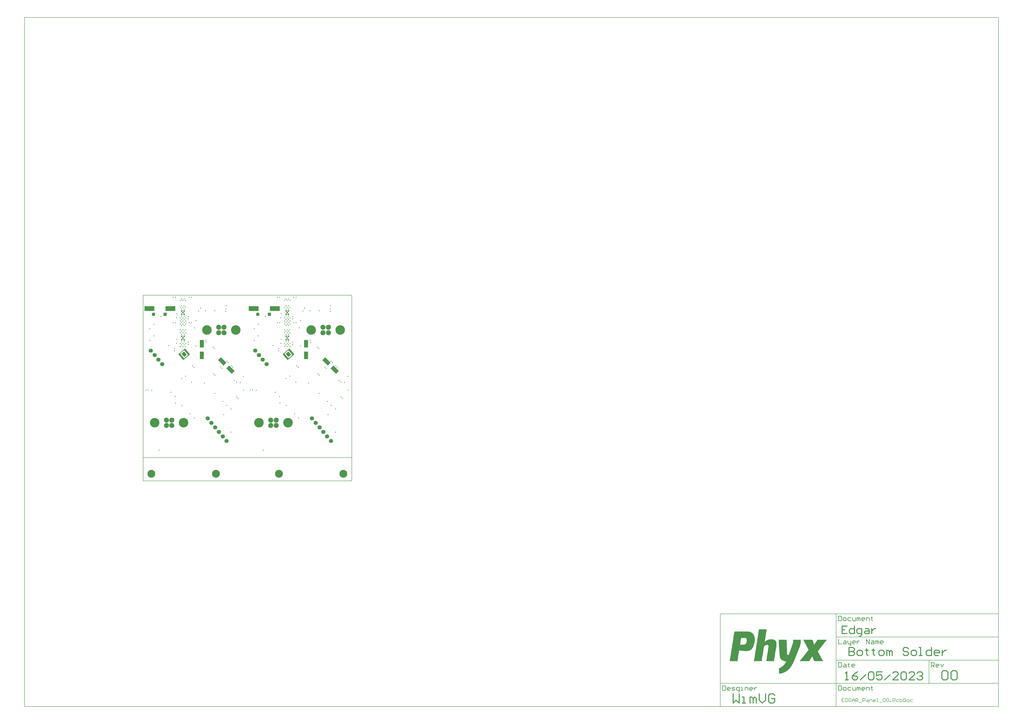
<source format=gbs>
G04*
G04 #@! TF.GenerationSoftware,Altium Limited,Altium Designer,23.5.0 (17)*
G04*
G04 Layer_Color=16711935*
%FSLAX25Y25*%
%MOIN*%
G70*
G04*
G04 #@! TF.SameCoordinates,B4EA8652-FAED-489D-AB06-0C51CEF096E7*
G04*
G04*
G04 #@! TF.FilePolarity,Negative*
G04*
G01*
G75*
%ADD10C,0.01575*%
%ADD11C,0.00591*%
%ADD13C,0.00984*%
%ADD39C,0.00787*%
%ADD83C,0.13386*%
%ADD84C,0.16142*%
G04:AMPARAMS|DCode=85|XSize=86.61mil|YSize=82.68mil|CornerRadius=0mil|HoleSize=0mil|Usage=FLASHONLY|Rotation=225.000|XOffset=0mil|YOffset=0mil|HoleType=Round|Shape=Round|*
%AMOVALD85*
21,1,0.00394,0.08268,0.00000,0.00000,225.0*
1,1,0.08268,0.00139,0.00139*
1,1,0.08268,-0.00139,-0.00139*
%
%ADD85OVALD85*%

G04:AMPARAMS|DCode=86|XSize=86.61mil|YSize=82.68mil|CornerRadius=0mil|HoleSize=0mil|Usage=FLASHONLY|Rotation=135.000|XOffset=0mil|YOffset=0mil|HoleType=Round|Shape=Round|*
%AMOVALD86*
21,1,0.00394,0.08268,0.00000,0.00000,135.0*
1,1,0.08268,0.00139,-0.00139*
1,1,0.08268,-0.00139,0.00139*
%
%ADD86OVALD86*%

%ADD87C,0.07087*%
%ADD88R,0.05315X0.05315*%
G04:AMPARAMS|DCode=89|XSize=53.15mil|YSize=53.15mil|CornerRadius=14.27mil|HoleSize=0mil|Usage=FLASHONLY|Rotation=180.000|XOffset=0mil|YOffset=0mil|HoleType=Round|Shape=RoundedRectangle|*
%AMROUNDEDRECTD89*
21,1,0.05315,0.02461,0,0,180.0*
21,1,0.02461,0.05315,0,0,180.0*
1,1,0.02854,-0.01230,0.01230*
1,1,0.02854,0.01230,0.01230*
1,1,0.02854,0.01230,-0.01230*
1,1,0.02854,-0.01230,-0.01230*
%
%ADD89ROUNDEDRECTD89*%
%ADD90C,0.01772*%
%ADD91C,0.02756*%
%ADD92R,0.16535X0.08268*%
%ADD93R,0.06693X0.12992*%
G04:AMPARAMS|DCode=94|XSize=66.93mil|YSize=129.92mil|CornerRadius=0mil|HoleSize=0mil|Usage=FLASHONLY|Rotation=45.000|XOffset=0mil|YOffset=0mil|HoleType=Round|Shape=Rectangle|*
%AMROTATEDRECTD94*
4,1,4,0.02227,-0.06960,-0.06960,0.02227,-0.02227,0.06960,0.06960,-0.02227,0.02227,-0.06960,0.0*
%
%ADD94ROTATEDRECTD94*%

G36*
X248748Y184525D02*
X248854Y184615D01*
X248944Y184508D01*
X249050Y184597D01*
X256276Y175986D01*
X256170Y175896D01*
X256259Y175790D01*
X256365Y175879D01*
X256454Y175773D01*
X256348Y175684D01*
X256437Y175577D01*
X256331Y175488D01*
X256420Y175382D01*
X256314Y175293D01*
X256403Y175186D01*
X256297Y175097D01*
X256386Y174991D01*
X256280Y174902D01*
X256173Y174812D01*
X256067Y174723D01*
X256156Y174617D01*
X256050Y174528D01*
X255944Y174439D01*
X255837Y174349D01*
X255927Y174243D01*
X255820Y174154D01*
X255731Y174260D01*
X255625Y174171D01*
X255714Y174065D01*
X255608Y173975D01*
X255518Y174082D01*
X255412Y173992D01*
X255501Y173886D01*
X255395Y173797D01*
X255306Y173903D01*
X255200Y173814D01*
X255289Y173708D01*
X255182Y173618D01*
X255093Y173725D01*
X254987Y173636D01*
X255076Y173529D01*
X254970Y173440D01*
X254880Y173546D01*
X254774Y173457D01*
X254863Y173351D01*
X254757Y173262D01*
X254668Y173368D01*
X254561Y173279D01*
X254651Y173172D01*
X254544Y173083D01*
X254455Y173190D01*
X254349Y173100D01*
X254438Y172994D01*
X254332Y172905D01*
X254243Y173011D01*
X254136Y172922D01*
X254225Y172816D01*
X254119Y172726D01*
X254030Y172833D01*
X253924Y172743D01*
X254013Y172637D01*
X253907Y172548D01*
X253817Y172654D01*
X253711Y172565D01*
X253800Y172459D01*
X253694Y172370D01*
X253605Y172476D01*
X253498Y172387D01*
X253588Y172280D01*
X253481Y172191D01*
X253392Y172298D01*
X253286Y172208D01*
X253375Y172102D01*
X253269Y172013D01*
X253179Y172119D01*
X253073Y172030D01*
X253162Y171923D01*
X253056Y171834D01*
X252967Y171941D01*
X252860Y171851D01*
X252950Y171745D01*
X252843Y171656D01*
X252754Y171762D01*
X252648Y171673D01*
X252737Y171567D01*
X252631Y171477D01*
X252541Y171584D01*
X252435Y171494D01*
X252524Y171388D01*
X252418Y171299D01*
X252329Y171405D01*
X252223Y171316D01*
X252312Y171210D01*
X252205Y171121D01*
X252116Y171227D01*
X252010Y171138D01*
X252099Y171031D01*
X251993Y170942D01*
X251904Y171048D01*
X251797Y170959D01*
X251887Y170853D01*
X251780Y170764D01*
X251691Y170870D01*
X251585Y170781D01*
X251674Y170675D01*
X251568Y170585D01*
X251478Y170692D01*
X251372Y170602D01*
X251461Y170496D01*
X251355Y170407D01*
X251266Y170513D01*
X251159Y170424D01*
X251249Y170318D01*
X251142Y170229D01*
X251053Y170335D01*
X250947Y170246D01*
X251036Y170139D01*
X250930Y170050D01*
X250840Y170156D01*
X250734Y170067D01*
X250823Y169961D01*
X250717Y169872D01*
X250628Y169978D01*
X250521Y169889D01*
X250611Y169782D01*
X250504Y169693D01*
X250415Y169799D01*
X250309Y169710D01*
X250398Y169604D01*
X250292Y169515D01*
X250203Y169621D01*
X250096Y169532D01*
X250185Y169426D01*
X250079Y169336D01*
X249990Y169443D01*
X249884Y169353D01*
X249973Y169247D01*
X249867Y169158D01*
X249777Y169264D01*
X249671Y169175D01*
X249760Y169069D01*
X249654Y168980D01*
X249565Y169086D01*
X249458Y168997D01*
X249548Y168890D01*
X249441Y168801D01*
X249352Y168907D01*
X249246Y168818D01*
X249335Y168712D01*
X249229Y168623D01*
X249139Y168729D01*
X249033Y168640D01*
X249122Y168534D01*
X249016Y168444D01*
X248927Y168551D01*
X248820Y168461D01*
X248910Y168355D01*
X248803Y168266D01*
X248714Y168372D01*
X248608Y168283D01*
X248697Y168177D01*
X248591Y168087D01*
X248501Y168194D01*
X248395Y168105D01*
X248484Y167998D01*
X248378Y167909D01*
X248289Y168015D01*
X248183Y167926D01*
X248272Y167820D01*
X248165Y167731D01*
X248076Y167837D01*
X247970Y167748D01*
X248059Y167641D01*
X247953Y167552D01*
X247864Y167658D01*
X247757Y167569D01*
X247847Y167463D01*
X247740Y167374D01*
X247651Y167480D01*
X247545Y167391D01*
X247634Y167285D01*
X247528Y167195D01*
X247438Y167302D01*
X247332Y167212D01*
X247421Y167106D01*
X247315Y167017D01*
X247226Y167123D01*
X247119Y167034D01*
X247209Y166928D01*
X247102Y166838D01*
X247013Y166945D01*
X246907Y166856D01*
X246996Y166749D01*
X246890Y166660D01*
X246800Y166766D01*
X246694Y166677D01*
X246783Y166571D01*
X246677Y166482D01*
X246588Y166588D01*
X246481Y166499D01*
X246571Y166392D01*
X246464Y166303D01*
X246375Y166410D01*
X246269Y166320D01*
X246163Y166231D01*
X246056Y166142D01*
X245950Y166053D01*
X245771Y166265D01*
X245665Y166176D01*
X245754Y166070D01*
X245648Y165981D01*
X245559Y166087D01*
X245452Y165998D01*
X245363Y166104D01*
X245257Y166015D01*
X245168Y166121D01*
X245061Y166032D01*
X244972Y166138D01*
X244866Y166049D01*
X237461Y174873D01*
X237568Y174963D01*
X237478Y175069D01*
X237585Y175158D01*
X237317Y175477D01*
X237423Y175566D01*
X237513Y175460D01*
X237619Y175549D01*
X237441Y175762D01*
X237547Y175851D01*
X237653Y175940D01*
X237564Y176047D01*
X237670Y176136D01*
X237777Y176225D01*
X237883Y176314D01*
X237989Y176403D01*
X238096Y176493D01*
X238202Y176582D01*
X238308Y176671D01*
X238415Y176760D01*
X238521Y176849D01*
X238627Y176939D01*
X238734Y177028D01*
X238840Y177117D01*
X238946Y177206D01*
X239053Y177295D01*
X239159Y177385D01*
X239265Y177474D01*
X239371Y177563D01*
X239478Y177652D01*
X239584Y177742D01*
X239690Y177831D01*
X239797Y177920D01*
X239903Y178009D01*
X240009Y178098D01*
X240116Y178188D01*
X240222Y178277D01*
X240328Y178366D01*
X240435Y178455D01*
X240541Y178544D01*
X240647Y178634D01*
X240754Y178723D01*
X240860Y178812D01*
X240966Y178901D01*
X241073Y178990D01*
X241179Y179080D01*
X241285Y179169D01*
X241391Y179258D01*
X241498Y179347D01*
X241604Y179437D01*
X241710Y179526D01*
X241817Y179615D01*
X241923Y179704D01*
X242029Y179793D01*
X242136Y179883D01*
X242242Y179972D01*
X242348Y180061D01*
X242455Y180150D01*
X242561Y180239D01*
X242667Y180329D01*
X242774Y180418D01*
X242880Y180507D01*
X242986Y180596D01*
X243092Y180685D01*
X243199Y180775D01*
X243305Y180864D01*
X243411Y180953D01*
X243518Y181042D01*
X243624Y181132D01*
X243730Y181221D01*
X243837Y181310D01*
X243943Y181399D01*
X244049Y181488D01*
X244156Y181578D01*
X244262Y181667D01*
X244368Y181756D01*
X244475Y181845D01*
X244581Y181934D01*
X244687Y182024D01*
X244794Y182113D01*
X244900Y182202D01*
X245006Y182291D01*
X245113Y182380D01*
X245219Y182470D01*
X245325Y182559D01*
X245431Y182648D01*
X245538Y182737D01*
X245644Y182827D01*
X245750Y182916D01*
X245857Y183005D01*
X245963Y183094D01*
X246069Y183183D01*
X246176Y183273D01*
X246282Y183362D01*
X246388Y183451D01*
X246495Y183540D01*
X246601Y183630D01*
X246707Y183719D01*
X246814Y183808D01*
X246920Y183897D01*
X247026Y183986D01*
X247133Y184075D01*
X247239Y184165D01*
X247345Y184254D01*
X247451Y184343D01*
X247558Y184432D01*
X247664Y184522D01*
X247753Y184415D01*
X247860Y184504D01*
X247771Y184611D01*
X247877Y184700D01*
X247966Y184594D01*
X248072Y184683D01*
X248162Y184577D01*
X248268Y184666D01*
X248357Y184560D01*
X248463Y184649D01*
X248374Y184755D01*
X248481Y184844D01*
X248748Y184525D01*
D02*
G37*
G36*
X71583D02*
X71689Y184615D01*
X71778Y184508D01*
X71885Y184597D01*
X79111Y175986D01*
X79004Y175896D01*
X79094Y175790D01*
X79200Y175879D01*
X79289Y175773D01*
X79183Y175684D01*
X79272Y175577D01*
X79166Y175488D01*
X79255Y175382D01*
X79149Y175293D01*
X79238Y175186D01*
X79132Y175097D01*
X79221Y174991D01*
X79114Y174902D01*
X79008Y174812D01*
X78902Y174723D01*
X78991Y174617D01*
X78885Y174528D01*
X78778Y174439D01*
X78672Y174349D01*
X78761Y174243D01*
X78655Y174154D01*
X78566Y174260D01*
X78459Y174171D01*
X78549Y174065D01*
X78442Y173975D01*
X78353Y174082D01*
X78247Y173992D01*
X78336Y173886D01*
X78230Y173797D01*
X78140Y173903D01*
X78034Y173814D01*
X78123Y173708D01*
X78017Y173618D01*
X77928Y173725D01*
X77821Y173636D01*
X77911Y173529D01*
X77804Y173440D01*
X77715Y173546D01*
X77609Y173457D01*
X77698Y173351D01*
X77592Y173262D01*
X77503Y173368D01*
X77396Y173279D01*
X77485Y173172D01*
X77379Y173083D01*
X77290Y173190D01*
X77184Y173100D01*
X77273Y172994D01*
X77166Y172905D01*
X77077Y173011D01*
X76971Y172922D01*
X77060Y172816D01*
X76954Y172726D01*
X76865Y172833D01*
X76758Y172743D01*
X76847Y172637D01*
X76741Y172548D01*
X76652Y172654D01*
X76546Y172565D01*
X76635Y172459D01*
X76529Y172370D01*
X76439Y172476D01*
X76333Y172387D01*
X76422Y172280D01*
X76316Y172191D01*
X76227Y172298D01*
X76120Y172208D01*
X76210Y172102D01*
X76103Y172013D01*
X76014Y172119D01*
X75908Y172030D01*
X75997Y171923D01*
X75891Y171834D01*
X75801Y171941D01*
X75695Y171851D01*
X75784Y171745D01*
X75678Y171656D01*
X75589Y171762D01*
X75482Y171673D01*
X75572Y171567D01*
X75465Y171477D01*
X75376Y171584D01*
X75270Y171494D01*
X75359Y171388D01*
X75253Y171299D01*
X75164Y171405D01*
X75057Y171316D01*
X75146Y171210D01*
X75040Y171121D01*
X74951Y171227D01*
X74845Y171138D01*
X74934Y171031D01*
X74827Y170942D01*
X74738Y171048D01*
X74632Y170959D01*
X74721Y170853D01*
X74615Y170764D01*
X74526Y170870D01*
X74419Y170781D01*
X74509Y170675D01*
X74402Y170585D01*
X74313Y170692D01*
X74207Y170602D01*
X74296Y170496D01*
X74190Y170407D01*
X74100Y170513D01*
X73994Y170424D01*
X74083Y170318D01*
X73977Y170229D01*
X73888Y170335D01*
X73781Y170246D01*
X73871Y170139D01*
X73764Y170050D01*
X73675Y170156D01*
X73569Y170067D01*
X73658Y169961D01*
X73552Y169872D01*
X73462Y169978D01*
X73356Y169889D01*
X73445Y169782D01*
X73339Y169693D01*
X73250Y169799D01*
X73144Y169710D01*
X73233Y169604D01*
X73126Y169515D01*
X73037Y169621D01*
X72931Y169532D01*
X73020Y169426D01*
X72914Y169336D01*
X72825Y169443D01*
X72718Y169353D01*
X72807Y169247D01*
X72701Y169158D01*
X72612Y169264D01*
X72506Y169175D01*
X72595Y169069D01*
X72488Y168980D01*
X72399Y169086D01*
X72293Y168997D01*
X72382Y168890D01*
X72276Y168801D01*
X72187Y168907D01*
X72080Y168818D01*
X72170Y168712D01*
X72063Y168623D01*
X71974Y168729D01*
X71868Y168640D01*
X71957Y168534D01*
X71851Y168444D01*
X71761Y168551D01*
X71655Y168461D01*
X71744Y168355D01*
X71638Y168266D01*
X71549Y168372D01*
X71442Y168283D01*
X71532Y168177D01*
X71425Y168087D01*
X71336Y168194D01*
X71230Y168105D01*
X71319Y167998D01*
X71213Y167909D01*
X71123Y168015D01*
X71017Y167926D01*
X71106Y167820D01*
X71000Y167731D01*
X70911Y167837D01*
X70805Y167748D01*
X70894Y167641D01*
X70787Y167552D01*
X70698Y167658D01*
X70592Y167569D01*
X70681Y167463D01*
X70575Y167374D01*
X70486Y167480D01*
X70379Y167391D01*
X70468Y167285D01*
X70362Y167195D01*
X70273Y167302D01*
X70167Y167212D01*
X70256Y167106D01*
X70149Y167017D01*
X70060Y167123D01*
X69954Y167034D01*
X70043Y166928D01*
X69937Y166838D01*
X69848Y166945D01*
X69741Y166856D01*
X69831Y166749D01*
X69724Y166660D01*
X69635Y166766D01*
X69529Y166677D01*
X69618Y166571D01*
X69512Y166482D01*
X69422Y166588D01*
X69316Y166499D01*
X69405Y166392D01*
X69299Y166303D01*
X69210Y166410D01*
X69103Y166320D01*
X68997Y166231D01*
X68891Y166142D01*
X68784Y166053D01*
X68606Y166265D01*
X68500Y166176D01*
X68589Y166070D01*
X68483Y165981D01*
X68393Y166087D01*
X68287Y165998D01*
X68198Y166104D01*
X68092Y166015D01*
X68002Y166121D01*
X67896Y166032D01*
X67807Y166138D01*
X67700Y166049D01*
X60296Y174873D01*
X60402Y174963D01*
X60313Y175069D01*
X60419Y175158D01*
X60152Y175477D01*
X60258Y175566D01*
X60347Y175460D01*
X60454Y175549D01*
X60275Y175762D01*
X60382Y175851D01*
X60488Y175940D01*
X60399Y176047D01*
X60505Y176136D01*
X60611Y176225D01*
X60718Y176314D01*
X60824Y176403D01*
X60930Y176493D01*
X61036Y176582D01*
X61143Y176671D01*
X61249Y176760D01*
X61356Y176849D01*
X61462Y176939D01*
X61568Y177028D01*
X61674Y177117D01*
X61781Y177206D01*
X61887Y177295D01*
X61993Y177385D01*
X62100Y177474D01*
X62206Y177563D01*
X62312Y177652D01*
X62419Y177742D01*
X62525Y177831D01*
X62631Y177920D01*
X62738Y178009D01*
X62844Y178098D01*
X62950Y178188D01*
X63057Y178277D01*
X63163Y178366D01*
X63269Y178455D01*
X63376Y178544D01*
X63482Y178634D01*
X63588Y178723D01*
X63695Y178812D01*
X63801Y178901D01*
X63907Y178990D01*
X64013Y179080D01*
X64120Y179169D01*
X64226Y179258D01*
X64332Y179347D01*
X64439Y179437D01*
X64545Y179526D01*
X64651Y179615D01*
X64758Y179704D01*
X64864Y179793D01*
X64970Y179883D01*
X65077Y179972D01*
X65183Y180061D01*
X65289Y180150D01*
X65396Y180239D01*
X65502Y180329D01*
X65608Y180418D01*
X65715Y180507D01*
X65821Y180596D01*
X65927Y180685D01*
X66034Y180775D01*
X66140Y180864D01*
X66246Y180953D01*
X66352Y181042D01*
X66459Y181132D01*
X66565Y181221D01*
X66671Y181310D01*
X66778Y181399D01*
X66884Y181488D01*
X66990Y181578D01*
X67097Y181667D01*
X67203Y181756D01*
X67309Y181845D01*
X67416Y181934D01*
X67522Y182024D01*
X67628Y182113D01*
X67735Y182202D01*
X67841Y182291D01*
X67947Y182380D01*
X68054Y182470D01*
X68160Y182559D01*
X68266Y182648D01*
X68372Y182737D01*
X68479Y182827D01*
X68585Y182916D01*
X68691Y183005D01*
X68798Y183094D01*
X68904Y183183D01*
X69010Y183273D01*
X69117Y183362D01*
X69223Y183451D01*
X69329Y183540D01*
X69436Y183630D01*
X69542Y183719D01*
X69648Y183808D01*
X69755Y183897D01*
X69861Y183986D01*
X69967Y184075D01*
X70074Y184165D01*
X70180Y184254D01*
X70286Y184343D01*
X70393Y184432D01*
X70499Y184522D01*
X70588Y184415D01*
X70694Y184504D01*
X70605Y184611D01*
X70711Y184700D01*
X70801Y184594D01*
X70907Y184683D01*
X70996Y184577D01*
X71102Y184666D01*
X71192Y184560D01*
X71298Y184649D01*
X71209Y184755D01*
X71315Y184844D01*
X71583Y184525D01*
D02*
G37*
G36*
X1160849Y-309351D02*
X1160562D01*
Y-309637D01*
X1160276D01*
Y-309924D01*
Y-310210D01*
X1159990D01*
Y-310496D01*
X1159703D01*
Y-310783D01*
X1159417D01*
Y-311069D01*
Y-311355D01*
X1159131D01*
Y-311642D01*
X1158844D01*
Y-311928D01*
X1158558D01*
Y-312214D01*
X1158272D01*
Y-312501D01*
Y-312787D01*
X1157985D01*
Y-313073D01*
X1157699D01*
Y-313359D01*
X1157413D01*
Y-313646D01*
Y-313932D01*
X1157127D01*
Y-314218D01*
X1156840D01*
Y-314505D01*
X1156554D01*
Y-314791D01*
X1156268D01*
Y-315077D01*
Y-315364D01*
X1155981D01*
Y-315650D01*
X1155695D01*
Y-315936D01*
X1155409D01*
Y-316223D01*
Y-316509D01*
X1155122D01*
Y-316795D01*
X1154836D01*
Y-317081D01*
X1154550D01*
Y-317368D01*
Y-317654D01*
X1154263D01*
Y-317940D01*
X1153977D01*
Y-318227D01*
X1153691D01*
Y-318513D01*
X1153405D01*
Y-318799D01*
Y-319086D01*
X1153118D01*
Y-319372D01*
X1152832D01*
Y-319658D01*
X1152546D01*
Y-319945D01*
Y-320231D01*
X1152259D01*
Y-320517D01*
X1151973D01*
Y-320803D01*
X1151687D01*
Y-321090D01*
Y-321376D01*
X1151400D01*
Y-321662D01*
X1151114D01*
Y-321949D01*
X1150828D01*
Y-322235D01*
X1150541D01*
Y-322521D01*
Y-322808D01*
X1150255D01*
Y-323094D01*
X1149969D01*
Y-323380D01*
X1149682D01*
Y-323667D01*
Y-323953D01*
X1149396D01*
Y-324239D01*
X1149110D01*
Y-324526D01*
X1148824D01*
Y-324812D01*
Y-325098D01*
X1148537D01*
Y-325384D01*
X1148251D01*
Y-325671D01*
X1147965D01*
Y-325957D01*
X1147678D01*
Y-326243D01*
Y-326530D01*
X1147392D01*
Y-326816D01*
X1147106D01*
Y-327102D01*
X1146819D01*
Y-327389D01*
Y-327675D01*
X1146533D01*
Y-327961D01*
X1146247D01*
Y-328248D01*
X1145960D01*
Y-328534D01*
X1145674D01*
Y-328820D01*
Y-329107D01*
X1145960D01*
Y-329393D01*
Y-329679D01*
X1146247D01*
Y-329965D01*
Y-330252D01*
X1146533D01*
Y-330538D01*
X1146819D01*
Y-330824D01*
Y-331111D01*
X1147106D01*
Y-331397D01*
Y-331683D01*
X1147392D01*
Y-331970D01*
Y-332256D01*
X1147678D01*
Y-332542D01*
Y-332829D01*
X1147965D01*
Y-333115D01*
Y-333401D01*
X1148251D01*
Y-333688D01*
Y-333974D01*
X1148537D01*
Y-334260D01*
Y-334547D01*
X1148824D01*
Y-334833D01*
Y-335119D01*
X1149110D01*
Y-335405D01*
X1149396D01*
Y-335692D01*
Y-335978D01*
X1149682D01*
Y-336264D01*
Y-336551D01*
X1149969D01*
Y-336837D01*
Y-337123D01*
X1150255D01*
Y-337410D01*
Y-337696D01*
X1150541D01*
Y-337982D01*
Y-338269D01*
X1150828D01*
Y-338555D01*
Y-338841D01*
X1151114D01*
Y-339128D01*
Y-339414D01*
X1151400D01*
Y-339700D01*
X1151687D01*
Y-339986D01*
Y-340273D01*
X1151973D01*
Y-340559D01*
Y-340845D01*
X1152259D01*
Y-341132D01*
Y-341418D01*
X1152546D01*
Y-341704D01*
Y-341991D01*
X1152832D01*
Y-342277D01*
Y-342563D01*
X1153118D01*
Y-342850D01*
Y-343136D01*
X1153405D01*
Y-343422D01*
Y-343709D01*
X1153691D01*
Y-343995D01*
X1153977D01*
Y-344281D01*
Y-344567D01*
X1154263D01*
Y-344854D01*
Y-345140D01*
X1154550D01*
Y-345427D01*
X1139375D01*
Y-345140D01*
X1139089D01*
Y-344854D01*
Y-344567D01*
Y-344281D01*
X1138803D01*
Y-343995D01*
Y-343709D01*
Y-343422D01*
X1138516D01*
Y-343136D01*
Y-342850D01*
X1138230D01*
Y-342563D01*
Y-342277D01*
Y-341991D01*
X1137944D01*
Y-341704D01*
Y-341418D01*
Y-341132D01*
X1137657D01*
Y-340845D01*
Y-340559D01*
X1137371D01*
Y-340273D01*
Y-339986D01*
Y-339700D01*
X1137085D01*
Y-339414D01*
Y-339128D01*
Y-338841D01*
X1136798D01*
Y-338555D01*
Y-338269D01*
Y-337982D01*
X1136512D01*
Y-337696D01*
X1135939D01*
Y-337982D01*
Y-338269D01*
X1135653D01*
Y-338555D01*
X1135367D01*
Y-338841D01*
Y-339128D01*
X1135081D01*
Y-339414D01*
X1134794D01*
Y-339700D01*
Y-339986D01*
X1134508D01*
Y-340273D01*
X1134221D01*
Y-340559D01*
Y-340845D01*
X1133935D01*
Y-341132D01*
X1133649D01*
Y-341418D01*
X1133363D01*
Y-341704D01*
Y-341991D01*
X1133076D01*
Y-342277D01*
X1132790D01*
Y-342563D01*
Y-342850D01*
X1132504D01*
Y-343136D01*
X1132217D01*
Y-343422D01*
Y-343709D01*
X1131931D01*
Y-343995D01*
X1131645D01*
Y-344281D01*
Y-344567D01*
X1131358D01*
Y-344854D01*
X1131072D01*
Y-345140D01*
Y-345427D01*
X1115039D01*
Y-345140D01*
X1115325D01*
Y-344854D01*
X1115611D01*
Y-344567D01*
X1115897D01*
Y-344281D01*
X1116184D01*
Y-343995D01*
Y-343709D01*
X1116470D01*
Y-343422D01*
X1116757D01*
Y-343136D01*
X1117043D01*
Y-342850D01*
X1117329D01*
Y-342563D01*
Y-342277D01*
X1117615D01*
Y-341991D01*
X1117902D01*
Y-341704D01*
X1118188D01*
Y-341418D01*
Y-341132D01*
X1118474D01*
Y-340845D01*
X1118761D01*
Y-340559D01*
X1119047D01*
Y-340273D01*
X1119333D01*
Y-339986D01*
Y-339700D01*
X1119620D01*
Y-339414D01*
X1119906D01*
Y-339128D01*
X1120192D01*
Y-338841D01*
X1120479D01*
Y-338555D01*
Y-338269D01*
X1120765D01*
Y-337982D01*
X1121051D01*
Y-337696D01*
X1121338D01*
Y-337410D01*
Y-337123D01*
X1121624D01*
Y-336837D01*
X1121910D01*
Y-336551D01*
X1122196D01*
Y-336264D01*
X1122483D01*
Y-335978D01*
Y-335692D01*
X1122769D01*
Y-335405D01*
X1123055D01*
Y-335119D01*
X1123342D01*
Y-334833D01*
Y-334547D01*
X1123628D01*
Y-334260D01*
X1123914D01*
Y-333974D01*
X1124201D01*
Y-333688D01*
X1124487D01*
Y-333401D01*
Y-333115D01*
X1124773D01*
Y-332829D01*
X1125060D01*
Y-332542D01*
X1125346D01*
Y-332256D01*
Y-331970D01*
X1125632D01*
Y-331683D01*
X1125918D01*
Y-331397D01*
X1126205D01*
Y-331111D01*
X1126491D01*
Y-330824D01*
Y-330538D01*
X1126777D01*
Y-330252D01*
X1127064D01*
Y-329965D01*
X1127350D01*
Y-329679D01*
X1127636D01*
Y-329393D01*
Y-329107D01*
X1127923D01*
Y-328820D01*
X1128209D01*
Y-328534D01*
X1128495D01*
Y-328248D01*
Y-327961D01*
X1128782D01*
Y-327675D01*
X1129068D01*
Y-327389D01*
X1129354D01*
Y-327102D01*
X1129640D01*
Y-326816D01*
Y-326530D01*
X1129927D01*
Y-326243D01*
Y-325957D01*
Y-325671D01*
X1129640D01*
Y-325384D01*
X1129354D01*
Y-325098D01*
Y-324812D01*
X1129068D01*
Y-324526D01*
Y-324239D01*
X1128782D01*
Y-323953D01*
Y-323667D01*
X1128495D01*
Y-323380D01*
Y-323094D01*
X1128209D01*
Y-322808D01*
Y-322521D01*
X1127923D01*
Y-322235D01*
Y-321949D01*
X1127636D01*
Y-321662D01*
X1127350D01*
Y-321376D01*
Y-321090D01*
X1127064D01*
Y-320803D01*
Y-320517D01*
X1126777D01*
Y-320231D01*
Y-319945D01*
X1126491D01*
Y-319658D01*
Y-319372D01*
X1126205D01*
Y-319086D01*
Y-318799D01*
X1125918D01*
Y-318513D01*
Y-318227D01*
X1125632D01*
Y-317940D01*
X1125346D01*
Y-317654D01*
Y-317368D01*
X1125060D01*
Y-317081D01*
Y-316795D01*
X1124773D01*
Y-316509D01*
Y-316223D01*
X1124487D01*
Y-315936D01*
Y-315650D01*
X1124201D01*
Y-315364D01*
Y-315077D01*
X1123914D01*
Y-314791D01*
Y-314505D01*
X1123628D01*
Y-314218D01*
Y-313932D01*
X1123342D01*
Y-313646D01*
X1123055D01*
Y-313359D01*
Y-313073D01*
X1122769D01*
Y-312787D01*
Y-312501D01*
X1122483D01*
Y-312214D01*
Y-311928D01*
X1122196D01*
Y-311642D01*
Y-311355D01*
X1121910D01*
Y-311069D01*
Y-310783D01*
X1121624D01*
Y-310496D01*
Y-310210D01*
X1121338D01*
Y-309924D01*
X1121051D01*
Y-309637D01*
Y-309351D01*
X1120765D01*
Y-309065D01*
X1136512D01*
Y-309351D01*
X1136798D01*
Y-309637D01*
Y-309924D01*
Y-310210D01*
X1137085D01*
Y-310496D01*
Y-310783D01*
Y-311069D01*
X1137371D01*
Y-311355D01*
Y-311642D01*
Y-311928D01*
X1137657D01*
Y-312214D01*
Y-312501D01*
Y-312787D01*
X1137944D01*
Y-313073D01*
Y-313359D01*
Y-313646D01*
X1138230D01*
Y-313932D01*
Y-314218D01*
Y-314505D01*
X1138516D01*
Y-314791D01*
Y-315077D01*
Y-315364D01*
X1138803D01*
Y-315650D01*
Y-315936D01*
Y-316223D01*
X1139089D01*
Y-316509D01*
Y-316795D01*
Y-317081D01*
Y-317368D01*
X1139662D01*
Y-317081D01*
X1139948D01*
Y-316795D01*
X1140234D01*
Y-316509D01*
Y-316223D01*
X1140520D01*
Y-315936D01*
X1140807D01*
Y-315650D01*
Y-315364D01*
X1141093D01*
Y-315077D01*
X1141379D01*
Y-314791D01*
Y-314505D01*
X1141666D01*
Y-314218D01*
X1141952D01*
Y-313932D01*
Y-313646D01*
X1142238D01*
Y-313359D01*
X1142525D01*
Y-313073D01*
Y-312787D01*
X1142811D01*
Y-312501D01*
X1143097D01*
Y-312214D01*
Y-311928D01*
X1143384D01*
Y-311642D01*
X1143670D01*
Y-311355D01*
Y-311069D01*
X1143956D01*
Y-310783D01*
X1144242D01*
Y-310496D01*
Y-310210D01*
X1144529D01*
Y-309924D01*
X1144815D01*
Y-309637D01*
Y-309351D01*
X1145101D01*
Y-309065D01*
X1160849D01*
Y-309351D01*
D02*
G37*
G36*
X1027713Y-295322D02*
X1029431D01*
Y-295608D01*
X1030290D01*
Y-295894D01*
X1031149D01*
Y-296181D01*
X1032008D01*
Y-296467D01*
X1032580D01*
Y-296753D01*
X1032867D01*
Y-297040D01*
X1033439D01*
Y-297326D01*
X1033726D01*
Y-297612D01*
X1034298D01*
Y-297899D01*
X1034585D01*
Y-298185D01*
X1034871D01*
Y-298471D01*
X1035157D01*
Y-298758D01*
X1035444D01*
Y-299044D01*
X1035730D01*
Y-299330D01*
X1036016D01*
Y-299616D01*
Y-299903D01*
X1036302D01*
Y-300189D01*
X1036589D01*
Y-300475D01*
Y-300762D01*
X1036875D01*
Y-301048D01*
X1037162D01*
Y-301334D01*
Y-301621D01*
X1037448D01*
Y-301907D01*
Y-302193D01*
Y-302480D01*
X1037734D01*
Y-302766D01*
Y-303052D01*
Y-303339D01*
X1038020D01*
Y-303625D01*
Y-303911D01*
Y-304197D01*
Y-304484D01*
X1038307D01*
Y-304770D01*
Y-305056D01*
Y-305343D01*
Y-305629D01*
Y-305915D01*
X1038593D01*
Y-306202D01*
Y-306488D01*
Y-306774D01*
Y-307061D01*
Y-307347D01*
Y-307633D01*
Y-307920D01*
Y-308206D01*
Y-308492D01*
Y-308778D01*
Y-309065D01*
Y-309351D01*
Y-309637D01*
Y-309924D01*
Y-310210D01*
Y-310496D01*
Y-310783D01*
Y-311069D01*
Y-311355D01*
Y-311642D01*
X1038307D01*
Y-311928D01*
Y-312214D01*
Y-312501D01*
Y-312787D01*
Y-313073D01*
Y-313359D01*
Y-313646D01*
X1038020D01*
Y-313932D01*
Y-314218D01*
Y-314505D01*
Y-314791D01*
Y-315077D01*
X1037734D01*
Y-315364D01*
Y-315650D01*
Y-315936D01*
Y-316223D01*
Y-316509D01*
X1037448D01*
Y-316795D01*
Y-317081D01*
Y-317368D01*
X1037162D01*
Y-317654D01*
Y-317940D01*
Y-318227D01*
Y-318513D01*
X1036875D01*
Y-318799D01*
Y-319086D01*
Y-319372D01*
X1036589D01*
Y-319658D01*
Y-319945D01*
X1036302D01*
Y-320231D01*
Y-320517D01*
Y-320803D01*
X1036016D01*
Y-321090D01*
Y-321376D01*
X1035730D01*
Y-321662D01*
Y-321949D01*
X1035444D01*
Y-322235D01*
Y-322521D01*
X1035157D01*
Y-322808D01*
X1034871D01*
Y-323094D01*
Y-323380D01*
X1034585D01*
Y-323667D01*
X1034298D01*
Y-323953D01*
X1034012D01*
Y-324239D01*
Y-324526D01*
X1033726D01*
Y-324812D01*
X1033439D01*
Y-325098D01*
X1033153D01*
Y-325384D01*
X1032867D01*
Y-325671D01*
X1032580D01*
Y-325957D01*
X1032008D01*
Y-326243D01*
X1031722D01*
Y-326530D01*
X1031149D01*
Y-326816D01*
X1030863D01*
Y-327102D01*
X1030290D01*
Y-327389D01*
X1029431D01*
Y-327675D01*
X1028572D01*
Y-327961D01*
X1027713D01*
Y-328248D01*
X1025995D01*
Y-328534D01*
X1020842D01*
Y-328248D01*
X1018265D01*
Y-327961D01*
X1016261D01*
Y-327675D01*
X1014829D01*
Y-327389D01*
X1013398D01*
Y-327102D01*
X1011966D01*
Y-327389D01*
Y-327675D01*
Y-327961D01*
Y-328248D01*
Y-328534D01*
Y-328820D01*
Y-329107D01*
X1011680D01*
Y-329393D01*
Y-329679D01*
Y-329965D01*
Y-330252D01*
Y-330538D01*
Y-330824D01*
X1011393D01*
Y-331111D01*
Y-331397D01*
Y-331683D01*
Y-331970D01*
Y-332256D01*
Y-332542D01*
X1011107D01*
Y-332829D01*
Y-333115D01*
Y-333401D01*
Y-333688D01*
Y-333974D01*
Y-334260D01*
Y-334547D01*
X1010821D01*
Y-334833D01*
Y-335119D01*
Y-335405D01*
Y-335692D01*
Y-335978D01*
Y-336264D01*
X1010534D01*
Y-336551D01*
Y-336837D01*
Y-337123D01*
Y-337410D01*
Y-337696D01*
Y-337982D01*
X1010248D01*
Y-338269D01*
Y-338555D01*
Y-338841D01*
Y-339128D01*
Y-339414D01*
Y-339700D01*
Y-339986D01*
X1009962D01*
Y-340273D01*
Y-340559D01*
Y-340845D01*
Y-341132D01*
Y-341418D01*
Y-341704D01*
X1009676D01*
Y-341991D01*
Y-342277D01*
Y-342563D01*
Y-342850D01*
Y-343136D01*
Y-343422D01*
X1009389D01*
Y-343709D01*
Y-343995D01*
Y-344281D01*
Y-344567D01*
Y-344854D01*
Y-345140D01*
Y-345427D01*
X995932D01*
Y-345140D01*
X996219D01*
Y-344854D01*
Y-344567D01*
Y-344281D01*
Y-343995D01*
Y-343709D01*
X996505D01*
Y-343422D01*
Y-343136D01*
Y-342850D01*
Y-342563D01*
Y-342277D01*
Y-341991D01*
Y-341704D01*
X996791D01*
Y-341418D01*
Y-341132D01*
Y-340845D01*
Y-340559D01*
Y-340273D01*
Y-339986D01*
X997078D01*
Y-339700D01*
Y-339414D01*
Y-339128D01*
Y-338841D01*
Y-338555D01*
Y-338269D01*
X997364D01*
Y-337982D01*
Y-337696D01*
Y-337410D01*
Y-337123D01*
Y-336837D01*
Y-336551D01*
Y-336264D01*
X997650D01*
Y-335978D01*
Y-335692D01*
Y-335405D01*
Y-335119D01*
Y-334833D01*
Y-334547D01*
X997937D01*
Y-334260D01*
Y-333974D01*
Y-333688D01*
Y-333401D01*
Y-333115D01*
Y-332829D01*
X998223D01*
Y-332542D01*
Y-332256D01*
Y-331970D01*
Y-331683D01*
Y-331397D01*
Y-331111D01*
X998509D01*
Y-330824D01*
Y-330538D01*
Y-330252D01*
Y-329965D01*
Y-329679D01*
Y-329393D01*
Y-329107D01*
X998796D01*
Y-328820D01*
Y-328534D01*
Y-328248D01*
Y-327961D01*
Y-327675D01*
Y-327389D01*
X999082D01*
Y-327102D01*
Y-326816D01*
Y-326530D01*
Y-326243D01*
Y-325957D01*
Y-325671D01*
X999368D01*
Y-325384D01*
Y-325098D01*
Y-324812D01*
Y-324526D01*
Y-324239D01*
Y-323953D01*
X999654D01*
Y-323667D01*
Y-323380D01*
Y-323094D01*
Y-322808D01*
Y-322521D01*
Y-322235D01*
Y-321949D01*
X999941D01*
Y-321662D01*
Y-321376D01*
Y-321090D01*
Y-320803D01*
Y-320517D01*
Y-320231D01*
X1000227D01*
Y-319945D01*
Y-319658D01*
Y-319372D01*
Y-319086D01*
Y-318799D01*
Y-318513D01*
X1000513D01*
Y-318227D01*
Y-317940D01*
Y-317654D01*
Y-317368D01*
Y-317081D01*
Y-316795D01*
Y-316509D01*
X1000800D01*
Y-316223D01*
Y-315936D01*
Y-315650D01*
Y-315364D01*
Y-315077D01*
Y-314791D01*
X1001086D01*
Y-314505D01*
Y-314218D01*
Y-313932D01*
Y-313646D01*
Y-313359D01*
Y-313073D01*
X1001372D01*
Y-312787D01*
Y-312501D01*
Y-312214D01*
Y-311928D01*
Y-311642D01*
Y-311355D01*
X1001659D01*
Y-311069D01*
Y-310783D01*
Y-310496D01*
Y-310210D01*
Y-309924D01*
Y-309637D01*
Y-309351D01*
X1001945D01*
Y-309065D01*
Y-308778D01*
Y-308492D01*
Y-308206D01*
Y-307920D01*
Y-307633D01*
X1002231D01*
Y-307347D01*
Y-307061D01*
Y-306774D01*
Y-306488D01*
Y-306202D01*
Y-305915D01*
X1002518D01*
Y-305629D01*
Y-305343D01*
Y-305056D01*
Y-304770D01*
Y-304484D01*
Y-304197D01*
Y-303911D01*
X1002804D01*
Y-303625D01*
Y-303339D01*
Y-303052D01*
Y-302766D01*
Y-302480D01*
Y-302193D01*
X1003090D01*
Y-301907D01*
Y-301621D01*
Y-301334D01*
Y-301048D01*
Y-300762D01*
Y-300475D01*
X1003377D01*
Y-300189D01*
Y-299903D01*
Y-299616D01*
Y-299330D01*
Y-299044D01*
Y-298758D01*
Y-298471D01*
X1003663D01*
Y-298185D01*
Y-297899D01*
Y-297612D01*
Y-297326D01*
Y-297040D01*
Y-296753D01*
X1003949D01*
Y-296467D01*
Y-296181D01*
Y-295894D01*
Y-295608D01*
Y-295322D01*
Y-295035D01*
X1027713D01*
Y-295322D01*
D02*
G37*
G36*
X1116757Y-309351D02*
Y-309637D01*
Y-309924D01*
Y-310210D01*
Y-310496D01*
Y-310783D01*
Y-311069D01*
Y-311355D01*
Y-311642D01*
Y-311928D01*
Y-312214D01*
Y-312501D01*
Y-312787D01*
Y-313073D01*
Y-313359D01*
Y-313646D01*
Y-313932D01*
Y-314218D01*
Y-314505D01*
Y-314791D01*
Y-315077D01*
X1116470D01*
Y-315364D01*
Y-315650D01*
Y-315936D01*
Y-316223D01*
Y-316509D01*
X1116184D01*
Y-316795D01*
Y-317081D01*
Y-317368D01*
Y-317654D01*
X1115897D01*
Y-317940D01*
Y-318227D01*
Y-318513D01*
Y-318799D01*
X1115611D01*
Y-319086D01*
Y-319372D01*
Y-319658D01*
X1115325D01*
Y-319945D01*
Y-320231D01*
Y-320517D01*
X1115039D01*
Y-320803D01*
Y-321090D01*
Y-321376D01*
X1114752D01*
Y-321662D01*
Y-321949D01*
Y-322235D01*
X1114466D01*
Y-322521D01*
Y-322808D01*
X1114180D01*
Y-323094D01*
Y-323380D01*
X1113893D01*
Y-323667D01*
Y-323953D01*
Y-324239D01*
X1113607D01*
Y-324526D01*
Y-324812D01*
X1113321D01*
Y-325098D01*
Y-325384D01*
Y-325671D01*
X1113034D01*
Y-325957D01*
Y-326243D01*
X1112748D01*
Y-326530D01*
Y-326816D01*
Y-327102D01*
X1112462D01*
Y-327389D01*
Y-327675D01*
X1112175D01*
Y-327961D01*
Y-328248D01*
Y-328534D01*
X1111889D01*
Y-328820D01*
Y-329107D01*
X1111603D01*
Y-329393D01*
Y-329679D01*
Y-329965D01*
X1111316D01*
Y-330252D01*
Y-330538D01*
X1111030D01*
Y-330824D01*
Y-331111D01*
Y-331397D01*
X1110744D01*
Y-331683D01*
Y-331970D01*
X1110458D01*
Y-332256D01*
Y-332542D01*
Y-332829D01*
X1110171D01*
Y-333115D01*
Y-333401D01*
X1109885D01*
Y-333688D01*
Y-333974D01*
Y-334260D01*
X1109599D01*
Y-334547D01*
Y-334833D01*
X1109312D01*
Y-335119D01*
Y-335405D01*
Y-335692D01*
X1109026D01*
Y-335978D01*
Y-336264D01*
X1108740D01*
Y-336551D01*
Y-336837D01*
Y-337123D01*
X1108453D01*
Y-337410D01*
Y-337696D01*
X1108167D01*
Y-337982D01*
Y-338269D01*
Y-338555D01*
X1107881D01*
Y-338841D01*
Y-339128D01*
X1107594D01*
Y-339414D01*
Y-339700D01*
Y-339986D01*
X1107308D01*
Y-340273D01*
Y-340559D01*
X1107022D01*
Y-340845D01*
Y-341132D01*
Y-341418D01*
X1106736D01*
Y-341704D01*
Y-341991D01*
X1106449D01*
Y-342277D01*
Y-342563D01*
Y-342850D01*
X1106163D01*
Y-343136D01*
Y-343422D01*
X1105877D01*
Y-343709D01*
Y-343995D01*
Y-344281D01*
X1105590D01*
Y-344567D01*
Y-344854D01*
X1105304D01*
Y-345140D01*
Y-345427D01*
Y-345713D01*
X1105018D01*
Y-345999D01*
Y-346285D01*
X1104731D01*
Y-346572D01*
Y-346858D01*
X1104445D01*
Y-347144D01*
Y-347431D01*
X1104159D01*
Y-347717D01*
Y-348003D01*
Y-348290D01*
X1103872D01*
Y-348576D01*
X1103586D01*
Y-348862D01*
Y-349149D01*
Y-349435D01*
X1103300D01*
Y-349721D01*
X1103013D01*
Y-350008D01*
Y-350294D01*
X1102727D01*
Y-350580D01*
Y-350866D01*
X1102441D01*
Y-351153D01*
Y-351439D01*
X1102155D01*
Y-351725D01*
Y-352012D01*
X1101868D01*
Y-352298D01*
X1101582D01*
Y-352584D01*
Y-352871D01*
X1101296D01*
Y-353157D01*
Y-353443D01*
X1101009D01*
Y-353730D01*
X1100723D01*
Y-354016D01*
X1100437D01*
Y-354302D01*
Y-354589D01*
X1100150D01*
Y-354875D01*
X1099864D01*
Y-355161D01*
Y-355447D01*
X1099578D01*
Y-355734D01*
X1099291D01*
Y-356020D01*
X1099005D01*
Y-356306D01*
Y-356593D01*
X1098719D01*
Y-356879D01*
X1098432D01*
Y-357165D01*
X1098146D01*
Y-357452D01*
X1097860D01*
Y-357738D01*
X1097573D01*
Y-358024D01*
Y-358311D01*
X1097287D01*
Y-358597D01*
X1097001D01*
Y-358883D01*
X1096715D01*
Y-359170D01*
X1096428D01*
Y-359456D01*
X1096142D01*
Y-359742D01*
X1095856D01*
Y-360028D01*
X1095569D01*
Y-360315D01*
X1094997D01*
Y-360601D01*
X1094710D01*
Y-360887D01*
X1094424D01*
Y-361174D01*
X1094138D01*
Y-361460D01*
X1093851D01*
Y-361746D01*
X1093279D01*
Y-362033D01*
X1092992D01*
Y-362319D01*
X1092420D01*
Y-362605D01*
X1092134D01*
Y-362892D01*
X1091561D01*
Y-363178D01*
X1091275D01*
Y-363464D01*
X1090702D01*
Y-363751D01*
X1090129D01*
Y-364037D01*
X1089557D01*
Y-364323D01*
X1088984D01*
Y-364609D01*
X1088412D01*
Y-364896D01*
X1087553D01*
Y-365182D01*
X1086980D01*
Y-365468D01*
X1086121D01*
Y-365755D01*
X1084976D01*
Y-366041D01*
X1083831D01*
Y-366327D01*
X1082113D01*
Y-366614D01*
X1080108D01*
Y-366900D01*
X1079822D01*
Y-366614D01*
Y-366327D01*
Y-366041D01*
Y-365755D01*
Y-365468D01*
Y-365182D01*
Y-364896D01*
Y-364609D01*
Y-364323D01*
Y-364037D01*
Y-363751D01*
Y-363464D01*
Y-363178D01*
Y-362892D01*
Y-362605D01*
Y-362319D01*
Y-362033D01*
Y-361746D01*
Y-361460D01*
Y-361174D01*
Y-360887D01*
Y-360601D01*
Y-360315D01*
Y-360028D01*
Y-359742D01*
Y-359456D01*
Y-359170D01*
Y-358883D01*
Y-358597D01*
Y-358311D01*
Y-358024D01*
Y-357738D01*
Y-357452D01*
X1080395D01*
Y-357165D01*
X1080967D01*
Y-356879D01*
X1081540D01*
Y-356593D01*
X1082113D01*
Y-356306D01*
X1082685D01*
Y-356020D01*
X1083258D01*
Y-355734D01*
X1083544D01*
Y-355447D01*
X1084117D01*
Y-355161D01*
X1084403D01*
Y-354875D01*
X1084976D01*
Y-354589D01*
X1085262D01*
Y-354302D01*
X1085548D01*
Y-354016D01*
X1086121D01*
Y-353730D01*
X1086407D01*
Y-353443D01*
X1086694D01*
Y-353157D01*
X1086980D01*
Y-352871D01*
X1087266D01*
Y-352584D01*
X1087553D01*
Y-352298D01*
X1087839D01*
Y-352012D01*
X1088125D01*
Y-351725D01*
X1088412D01*
Y-351439D01*
X1088698D01*
Y-351153D01*
X1088984D01*
Y-350866D01*
X1089270D01*
Y-350580D01*
Y-350294D01*
X1089557D01*
Y-350008D01*
X1089843D01*
Y-349721D01*
X1090129D01*
Y-349435D01*
Y-349149D01*
X1090416D01*
Y-348862D01*
X1090702D01*
Y-348576D01*
Y-348290D01*
X1090988D01*
Y-348003D01*
Y-347717D01*
X1091275D01*
Y-347431D01*
X1091561D01*
Y-347144D01*
Y-346858D01*
X1091847D01*
Y-346572D01*
Y-346285D01*
X1092134D01*
Y-345999D01*
Y-345713D01*
X1090416D01*
Y-345427D01*
X1088412D01*
Y-345140D01*
X1087266D01*
Y-344854D01*
X1086694D01*
Y-344567D01*
X1085835D01*
Y-344281D01*
X1085262D01*
Y-343995D01*
X1084976D01*
Y-343709D01*
X1084403D01*
Y-343422D01*
X1084117D01*
Y-343136D01*
X1083831D01*
Y-342850D01*
X1083544D01*
Y-342563D01*
X1083258D01*
Y-342277D01*
X1082971D01*
Y-341991D01*
Y-341704D01*
X1082685D01*
Y-341418D01*
X1082399D01*
Y-341132D01*
Y-340845D01*
X1082113D01*
Y-340559D01*
Y-340273D01*
X1081826D01*
Y-339986D01*
Y-339700D01*
X1081540D01*
Y-339414D01*
Y-339128D01*
Y-338841D01*
X1081254D01*
Y-338555D01*
Y-338269D01*
Y-337982D01*
Y-337696D01*
X1080967D01*
Y-337410D01*
Y-337123D01*
Y-336837D01*
Y-336551D01*
Y-336264D01*
Y-335978D01*
Y-335692D01*
X1080681D01*
Y-335405D01*
Y-335119D01*
Y-334833D01*
Y-334547D01*
Y-334260D01*
Y-333974D01*
Y-333688D01*
Y-333401D01*
Y-333115D01*
Y-332829D01*
Y-332542D01*
Y-332256D01*
Y-331970D01*
Y-331683D01*
Y-331397D01*
X1080395D01*
Y-331111D01*
Y-330824D01*
Y-330538D01*
Y-330252D01*
Y-329965D01*
Y-329679D01*
Y-329393D01*
Y-329107D01*
Y-328820D01*
Y-328534D01*
Y-328248D01*
Y-327961D01*
Y-327675D01*
Y-327389D01*
Y-327102D01*
X1080108D01*
Y-326816D01*
Y-326530D01*
Y-326243D01*
Y-325957D01*
Y-325671D01*
Y-325384D01*
Y-325098D01*
Y-324812D01*
Y-324526D01*
Y-324239D01*
Y-323953D01*
Y-323667D01*
Y-323380D01*
Y-323094D01*
Y-322808D01*
Y-322521D01*
X1079822D01*
Y-322235D01*
Y-321949D01*
Y-321662D01*
Y-321376D01*
Y-321090D01*
Y-320803D01*
Y-320517D01*
Y-320231D01*
Y-319945D01*
Y-319658D01*
Y-319372D01*
Y-319086D01*
Y-318799D01*
Y-318513D01*
Y-318227D01*
Y-317940D01*
X1079536D01*
Y-317654D01*
Y-317368D01*
Y-317081D01*
Y-316795D01*
Y-316509D01*
Y-316223D01*
Y-315936D01*
Y-315650D01*
Y-315364D01*
Y-315077D01*
Y-314791D01*
Y-314505D01*
Y-314218D01*
Y-313932D01*
X1079249D01*
Y-313646D01*
Y-313359D01*
Y-313073D01*
Y-312787D01*
Y-312501D01*
Y-312214D01*
Y-311928D01*
Y-311642D01*
Y-311355D01*
Y-311069D01*
Y-310783D01*
Y-310496D01*
Y-310210D01*
Y-309924D01*
Y-309637D01*
Y-309351D01*
X1078963D01*
Y-309065D01*
X1092706D01*
Y-309351D01*
Y-309637D01*
Y-309924D01*
Y-310210D01*
Y-310496D01*
Y-310783D01*
Y-311069D01*
Y-311355D01*
Y-311642D01*
Y-311928D01*
Y-312214D01*
Y-312501D01*
Y-312787D01*
Y-313073D01*
X1092992D01*
Y-313359D01*
Y-313646D01*
Y-313932D01*
Y-314218D01*
Y-314505D01*
Y-314791D01*
Y-315077D01*
Y-315364D01*
Y-315650D01*
Y-315936D01*
Y-316223D01*
Y-316509D01*
Y-316795D01*
Y-317081D01*
Y-317368D01*
Y-317654D01*
Y-317940D01*
Y-318227D01*
Y-318513D01*
Y-318799D01*
Y-319086D01*
Y-319372D01*
Y-319658D01*
Y-319945D01*
Y-320231D01*
Y-320517D01*
Y-320803D01*
Y-321090D01*
Y-321376D01*
Y-321662D01*
Y-321949D01*
Y-322235D01*
Y-322521D01*
Y-322808D01*
Y-323094D01*
Y-323380D01*
Y-323667D01*
Y-323953D01*
Y-324239D01*
Y-324526D01*
Y-324812D01*
X1093279D01*
Y-325098D01*
X1092992D01*
Y-325384D01*
Y-325671D01*
X1093279D01*
Y-325957D01*
Y-326243D01*
Y-326530D01*
Y-326816D01*
Y-327102D01*
Y-327389D01*
Y-327675D01*
Y-327961D01*
Y-328248D01*
Y-328534D01*
Y-328820D01*
Y-329107D01*
Y-329393D01*
Y-329679D01*
Y-329965D01*
Y-330252D01*
Y-330538D01*
Y-330824D01*
Y-331111D01*
Y-331397D01*
Y-331683D01*
Y-331970D01*
Y-332256D01*
Y-332542D01*
Y-332829D01*
Y-333115D01*
X1093565D01*
Y-333401D01*
Y-333688D01*
Y-333974D01*
X1093851D01*
Y-334260D01*
X1094138D01*
Y-334547D01*
X1094424D01*
Y-334833D01*
X1095283D01*
Y-335119D01*
X1096142D01*
Y-334833D01*
X1096428D01*
Y-334547D01*
Y-334260D01*
Y-333974D01*
X1096715D01*
Y-333688D01*
Y-333401D01*
X1097001D01*
Y-333115D01*
Y-332829D01*
Y-332542D01*
X1097287D01*
Y-332256D01*
Y-331970D01*
Y-331683D01*
X1097573D01*
Y-331397D01*
Y-331111D01*
Y-330824D01*
X1097860D01*
Y-330538D01*
Y-330252D01*
Y-329965D01*
X1098146D01*
Y-329679D01*
Y-329393D01*
X1098432D01*
Y-329107D01*
Y-328820D01*
Y-328534D01*
X1098719D01*
Y-328248D01*
Y-327961D01*
Y-327675D01*
X1099005D01*
Y-327389D01*
Y-327102D01*
Y-326816D01*
X1099291D01*
Y-326530D01*
Y-326243D01*
X1099578D01*
Y-325957D01*
Y-325671D01*
Y-325384D01*
X1099864D01*
Y-325098D01*
Y-324812D01*
Y-324526D01*
X1100150D01*
Y-324239D01*
Y-323953D01*
Y-323667D01*
X1100437D01*
Y-323380D01*
Y-323094D01*
X1100723D01*
Y-322808D01*
Y-322521D01*
Y-322235D01*
X1101009D01*
Y-321949D01*
Y-321662D01*
Y-321376D01*
X1101296D01*
Y-321090D01*
Y-320803D01*
Y-320517D01*
X1101582D01*
Y-320231D01*
Y-319945D01*
X1101868D01*
Y-319658D01*
Y-319372D01*
Y-319086D01*
X1102155D01*
Y-318799D01*
Y-318513D01*
Y-318227D01*
X1102441D01*
Y-317940D01*
Y-317654D01*
Y-317368D01*
X1102727D01*
Y-317081D01*
Y-316795D01*
Y-316509D01*
Y-316223D01*
X1103013D01*
Y-315936D01*
Y-315650D01*
Y-315364D01*
Y-315077D01*
X1103300D01*
Y-314791D01*
Y-314505D01*
Y-314218D01*
Y-313932D01*
Y-313646D01*
X1103586D01*
Y-313359D01*
Y-313073D01*
Y-312787D01*
Y-312501D01*
Y-312214D01*
Y-311928D01*
X1103872D01*
Y-311642D01*
Y-311355D01*
Y-311069D01*
Y-310783D01*
Y-310496D01*
Y-310210D01*
Y-309924D01*
Y-309637D01*
Y-309351D01*
Y-309065D01*
X1116757D01*
Y-309351D01*
D02*
G37*
G36*
X1058921Y-291886D02*
Y-292172D01*
X1058635D01*
Y-292459D01*
Y-292745D01*
Y-293031D01*
Y-293318D01*
Y-293604D01*
Y-293890D01*
X1058349D01*
Y-294177D01*
Y-294463D01*
Y-294749D01*
Y-295035D01*
Y-295322D01*
Y-295608D01*
X1058062D01*
Y-295894D01*
Y-296181D01*
Y-296467D01*
Y-296753D01*
Y-297040D01*
Y-297326D01*
Y-297612D01*
X1057776D01*
Y-297899D01*
Y-298185D01*
Y-298471D01*
Y-298758D01*
Y-299044D01*
Y-299330D01*
X1057490D01*
Y-299616D01*
Y-299903D01*
Y-300189D01*
Y-300475D01*
Y-300762D01*
Y-301048D01*
X1057203D01*
Y-301334D01*
Y-301621D01*
Y-301907D01*
Y-302193D01*
Y-302480D01*
Y-302766D01*
Y-303052D01*
X1056917D01*
Y-303339D01*
Y-303625D01*
Y-303911D01*
Y-304197D01*
Y-304484D01*
Y-304770D01*
X1056631D01*
Y-305056D01*
Y-305343D01*
Y-305629D01*
Y-305915D01*
Y-306202D01*
Y-306488D01*
X1056344D01*
Y-306774D01*
Y-307061D01*
Y-307347D01*
Y-307633D01*
Y-307920D01*
Y-308206D01*
X1056058D01*
Y-308492D01*
Y-308778D01*
Y-309065D01*
Y-309351D01*
Y-309637D01*
Y-309924D01*
Y-310210D01*
X1055772D01*
Y-310496D01*
Y-310783D01*
Y-311069D01*
Y-311355D01*
Y-311642D01*
Y-311928D01*
X1055486D01*
Y-312214D01*
Y-312501D01*
X1056058D01*
Y-312214D01*
X1056344D01*
Y-311928D01*
X1056631D01*
Y-311642D01*
X1057203D01*
Y-311355D01*
X1057490D01*
Y-311069D01*
X1057776D01*
Y-310783D01*
X1058349D01*
Y-310496D01*
X1058921D01*
Y-310210D01*
X1059208D01*
Y-309924D01*
X1059780D01*
Y-309637D01*
X1060639D01*
Y-309351D01*
X1061212D01*
Y-309065D01*
X1062071D01*
Y-308778D01*
X1063502D01*
Y-308492D01*
X1069801D01*
Y-308778D01*
X1070946D01*
Y-309065D01*
X1071805D01*
Y-309351D01*
X1072378D01*
Y-309637D01*
X1072664D01*
Y-309924D01*
X1073237D01*
Y-310210D01*
X1073523D01*
Y-310496D01*
X1073810D01*
Y-310783D01*
X1074096D01*
Y-311069D01*
X1074382D01*
Y-311355D01*
Y-311642D01*
X1074669D01*
Y-311928D01*
Y-312214D01*
X1074955D01*
Y-312501D01*
Y-312787D01*
Y-313073D01*
X1075241D01*
Y-313359D01*
Y-313646D01*
Y-313932D01*
Y-314218D01*
X1075527D01*
Y-314505D01*
Y-314791D01*
Y-315077D01*
Y-315364D01*
Y-315650D01*
Y-315936D01*
Y-316223D01*
Y-316509D01*
Y-316795D01*
Y-317081D01*
Y-317368D01*
Y-317654D01*
Y-317940D01*
Y-318227D01*
Y-318513D01*
Y-318799D01*
Y-319086D01*
Y-319372D01*
X1075241D01*
Y-319658D01*
Y-319945D01*
Y-320231D01*
Y-320517D01*
Y-320803D01*
Y-321090D01*
Y-321376D01*
X1074955D01*
Y-321662D01*
Y-321949D01*
Y-322235D01*
Y-322521D01*
Y-322808D01*
Y-323094D01*
Y-323380D01*
X1074669D01*
Y-323667D01*
Y-323953D01*
Y-324239D01*
Y-324526D01*
Y-324812D01*
Y-325098D01*
X1074382D01*
Y-325384D01*
Y-325671D01*
Y-325957D01*
Y-326243D01*
Y-326530D01*
Y-326816D01*
X1074096D01*
Y-327102D01*
Y-327389D01*
Y-327675D01*
Y-327961D01*
Y-328248D01*
Y-328534D01*
X1073810D01*
Y-328820D01*
Y-329107D01*
Y-329393D01*
Y-329679D01*
Y-329965D01*
Y-330252D01*
Y-330538D01*
X1073523D01*
Y-330824D01*
Y-331111D01*
Y-331397D01*
Y-331683D01*
Y-331970D01*
Y-332256D01*
X1073237D01*
Y-332542D01*
Y-332829D01*
Y-333115D01*
Y-333401D01*
Y-333688D01*
Y-333974D01*
X1072951D01*
Y-334260D01*
Y-334547D01*
Y-334833D01*
Y-335119D01*
Y-335405D01*
Y-335692D01*
Y-335978D01*
X1072664D01*
Y-336264D01*
Y-336551D01*
Y-336837D01*
Y-337123D01*
Y-337410D01*
Y-337696D01*
X1072378D01*
Y-337982D01*
Y-338269D01*
Y-338555D01*
Y-338841D01*
Y-339128D01*
Y-339414D01*
X1072092D01*
Y-339700D01*
Y-339986D01*
Y-340273D01*
Y-340559D01*
Y-340845D01*
Y-341132D01*
X1071805D01*
Y-341418D01*
Y-341704D01*
Y-341991D01*
Y-342277D01*
Y-342563D01*
Y-342850D01*
Y-343136D01*
X1071519D01*
Y-343422D01*
Y-343709D01*
Y-343995D01*
Y-344281D01*
Y-344567D01*
Y-344854D01*
X1071233D01*
Y-345140D01*
Y-345427D01*
X1058062D01*
Y-345140D01*
Y-344854D01*
X1058349D01*
Y-344567D01*
Y-344281D01*
Y-343995D01*
Y-343709D01*
Y-343422D01*
Y-343136D01*
X1058635D01*
Y-342850D01*
Y-342563D01*
Y-342277D01*
Y-341991D01*
Y-341704D01*
Y-341418D01*
Y-341132D01*
X1058921D01*
Y-340845D01*
Y-340559D01*
Y-340273D01*
Y-339986D01*
Y-339700D01*
Y-339414D01*
X1059208D01*
Y-339128D01*
Y-338841D01*
Y-338555D01*
Y-338269D01*
Y-337982D01*
Y-337696D01*
X1059494D01*
Y-337410D01*
Y-337123D01*
Y-336837D01*
Y-336551D01*
Y-336264D01*
Y-335978D01*
Y-335692D01*
X1059780D01*
Y-335405D01*
Y-335119D01*
Y-334833D01*
Y-334547D01*
Y-334260D01*
Y-333974D01*
X1060067D01*
Y-333688D01*
Y-333401D01*
Y-333115D01*
Y-332829D01*
Y-332542D01*
Y-332256D01*
Y-331970D01*
X1060353D01*
Y-331683D01*
Y-331397D01*
Y-331111D01*
Y-330824D01*
Y-330538D01*
Y-330252D01*
X1060639D01*
Y-329965D01*
Y-329679D01*
Y-329393D01*
Y-329107D01*
Y-328820D01*
Y-328534D01*
X1060925D01*
Y-328248D01*
Y-327961D01*
Y-327675D01*
Y-327389D01*
Y-327102D01*
Y-326816D01*
X1061212D01*
Y-326530D01*
Y-326243D01*
Y-325957D01*
Y-325671D01*
Y-325384D01*
Y-325098D01*
Y-324812D01*
X1061498D01*
Y-324526D01*
Y-324239D01*
Y-323953D01*
Y-323667D01*
Y-323380D01*
Y-323094D01*
X1061784D01*
Y-322808D01*
Y-322521D01*
Y-322235D01*
Y-321949D01*
Y-321662D01*
Y-321376D01*
Y-321090D01*
X1062071D01*
Y-320803D01*
Y-320517D01*
Y-320231D01*
Y-319945D01*
Y-319658D01*
Y-319372D01*
X1061784D01*
Y-319086D01*
Y-318799D01*
X1061498D01*
Y-318513D01*
X1061212D01*
Y-318227D01*
X1060639D01*
Y-317940D01*
X1058921D01*
Y-318227D01*
X1057490D01*
Y-318513D01*
X1056631D01*
Y-318799D01*
X1056058D01*
Y-319086D01*
X1055772D01*
Y-319372D01*
X1055199D01*
Y-319658D01*
X1054913D01*
Y-319945D01*
X1054627D01*
Y-320231D01*
Y-320517D01*
X1054340D01*
Y-320803D01*
Y-321090D01*
Y-321376D01*
X1054054D01*
Y-321662D01*
Y-321949D01*
Y-322235D01*
Y-322521D01*
Y-322808D01*
Y-323094D01*
X1053768D01*
Y-323380D01*
Y-323667D01*
Y-323953D01*
Y-324239D01*
Y-324526D01*
Y-324812D01*
Y-325098D01*
X1053481D01*
Y-325384D01*
Y-325671D01*
Y-325957D01*
Y-326243D01*
Y-326530D01*
Y-326816D01*
X1053195D01*
Y-327102D01*
Y-327389D01*
Y-327675D01*
Y-327961D01*
Y-328248D01*
Y-328534D01*
X1052909D01*
Y-328820D01*
Y-329107D01*
Y-329393D01*
Y-329679D01*
Y-329965D01*
Y-330252D01*
X1052622D01*
Y-330538D01*
Y-330824D01*
Y-331111D01*
Y-331397D01*
Y-331683D01*
Y-331970D01*
Y-332256D01*
X1052336D01*
Y-332542D01*
Y-332829D01*
Y-333115D01*
Y-333401D01*
Y-333688D01*
Y-333974D01*
X1052050D01*
Y-334260D01*
Y-334547D01*
Y-334833D01*
Y-335119D01*
Y-335405D01*
Y-335692D01*
X1051763D01*
Y-335978D01*
Y-336264D01*
Y-336551D01*
Y-336837D01*
Y-337123D01*
Y-337410D01*
Y-337696D01*
X1051477D01*
Y-337982D01*
Y-338269D01*
Y-338555D01*
Y-338841D01*
Y-339128D01*
Y-339414D01*
X1051191D01*
Y-339700D01*
Y-339986D01*
Y-340273D01*
Y-340559D01*
Y-340845D01*
Y-341132D01*
X1050904D01*
Y-341418D01*
Y-341704D01*
Y-341991D01*
Y-342277D01*
Y-342563D01*
Y-342850D01*
X1050618D01*
Y-343136D01*
Y-343422D01*
Y-343709D01*
Y-343995D01*
Y-344281D01*
Y-344567D01*
Y-344854D01*
X1050332D01*
Y-345140D01*
Y-345427D01*
X1037162D01*
Y-345140D01*
Y-344854D01*
X1037448D01*
Y-344567D01*
Y-344281D01*
Y-343995D01*
Y-343709D01*
Y-343422D01*
Y-343136D01*
Y-342850D01*
X1037734D01*
Y-342563D01*
Y-342277D01*
Y-341991D01*
Y-341704D01*
Y-341418D01*
Y-341132D01*
X1038020D01*
Y-340845D01*
Y-340559D01*
Y-340273D01*
Y-339986D01*
Y-339700D01*
Y-339414D01*
X1038307D01*
Y-339128D01*
Y-338841D01*
Y-338555D01*
Y-338269D01*
Y-337982D01*
Y-337696D01*
Y-337410D01*
X1038593D01*
Y-337123D01*
Y-336837D01*
Y-336551D01*
Y-336264D01*
Y-335978D01*
Y-335692D01*
X1038879D01*
Y-335405D01*
Y-335119D01*
Y-334833D01*
Y-334547D01*
Y-334260D01*
Y-333974D01*
X1039166D01*
Y-333688D01*
Y-333401D01*
Y-333115D01*
Y-332829D01*
Y-332542D01*
Y-332256D01*
X1039452D01*
Y-331970D01*
Y-331683D01*
Y-331397D01*
Y-331111D01*
Y-330824D01*
Y-330538D01*
Y-330252D01*
X1039738D01*
Y-329965D01*
Y-329679D01*
Y-329393D01*
Y-329107D01*
Y-328820D01*
Y-328534D01*
X1040025D01*
Y-328248D01*
Y-327961D01*
Y-327675D01*
Y-327389D01*
Y-327102D01*
Y-326816D01*
X1040311D01*
Y-326530D01*
Y-326243D01*
Y-325957D01*
Y-325671D01*
Y-325384D01*
Y-325098D01*
Y-324812D01*
X1040597D01*
Y-324526D01*
Y-324239D01*
Y-323953D01*
Y-323667D01*
Y-323380D01*
Y-323094D01*
X1040884D01*
Y-322808D01*
Y-322521D01*
Y-322235D01*
Y-321949D01*
Y-321662D01*
Y-321376D01*
X1041170D01*
Y-321090D01*
Y-320803D01*
Y-320517D01*
Y-320231D01*
Y-319945D01*
Y-319658D01*
X1041456D01*
Y-319372D01*
Y-319086D01*
Y-318799D01*
Y-318513D01*
Y-318227D01*
Y-317940D01*
Y-317654D01*
X1041743D01*
Y-317368D01*
Y-317081D01*
Y-316795D01*
Y-316509D01*
Y-316223D01*
Y-315936D01*
X1042029D01*
Y-315650D01*
Y-315364D01*
Y-315077D01*
Y-314791D01*
Y-314505D01*
Y-314218D01*
X1042315D01*
Y-313932D01*
Y-313646D01*
Y-313359D01*
Y-313073D01*
Y-312787D01*
Y-312501D01*
X1042601D01*
Y-312214D01*
Y-311928D01*
Y-311642D01*
Y-311355D01*
Y-311069D01*
Y-310783D01*
Y-310496D01*
X1042888D01*
Y-310210D01*
Y-309924D01*
Y-309637D01*
Y-309351D01*
Y-309065D01*
Y-308778D01*
X1043174D01*
Y-308492D01*
Y-308206D01*
Y-307920D01*
Y-307633D01*
Y-307347D01*
Y-307061D01*
X1043460D01*
Y-306774D01*
Y-306488D01*
Y-306202D01*
Y-305915D01*
Y-305629D01*
Y-305343D01*
Y-305056D01*
X1043747D01*
Y-304770D01*
Y-304484D01*
Y-304197D01*
Y-303911D01*
Y-303625D01*
Y-303339D01*
X1044033D01*
Y-303052D01*
Y-302766D01*
Y-302480D01*
Y-302193D01*
Y-301907D01*
Y-301621D01*
X1044319D01*
Y-301334D01*
Y-301048D01*
Y-300762D01*
Y-300475D01*
Y-300189D01*
Y-299903D01*
X1044606D01*
Y-299616D01*
Y-299330D01*
Y-299044D01*
Y-298758D01*
Y-298471D01*
Y-298185D01*
Y-297899D01*
X1044892D01*
Y-297612D01*
Y-297326D01*
Y-297040D01*
Y-296753D01*
Y-296467D01*
Y-296181D01*
X1045178D01*
Y-295894D01*
Y-295608D01*
Y-295322D01*
Y-295035D01*
Y-294749D01*
Y-294463D01*
X1045465D01*
Y-294177D01*
Y-293890D01*
Y-293604D01*
Y-293318D01*
Y-293031D01*
Y-292745D01*
Y-292459D01*
X1045751D01*
Y-292172D01*
Y-291886D01*
Y-291600D01*
X1058921D01*
Y-291886D01*
D02*
G37*
%LPC*%
G36*
X246536Y181763D02*
X246430Y181674D01*
X246324Y181585D01*
X246234Y181691D01*
X246128Y181602D01*
X246039Y181708D01*
X245933Y181619D01*
X245826Y181530D01*
X245720Y181441D01*
X245614Y181351D01*
X245507Y181262D01*
X245401Y181173D01*
X245295Y181084D01*
X245188Y180995D01*
X245082Y180905D01*
X244976Y180816D01*
X244869Y180727D01*
X244763Y180638D01*
X244657Y180549D01*
X244550Y180459D01*
X244444Y180370D01*
X244338Y180281D01*
X244232Y180192D01*
X244125Y180103D01*
X244019Y180013D01*
X243913Y179924D01*
X243806Y179835D01*
X243700Y179746D01*
X243594Y179657D01*
X243487Y179567D01*
X243381Y179478D01*
X243275Y179389D01*
X243168Y179300D01*
X243062Y179210D01*
X242956Y179121D01*
X242849Y179032D01*
X242743Y178943D01*
X242637Y178854D01*
X242530Y178764D01*
X242424Y178675D01*
X242318Y178586D01*
X242212Y178497D01*
X242105Y178408D01*
X241999Y178318D01*
X241893Y178229D01*
X241786Y178140D01*
X241680Y178051D01*
X241574Y177962D01*
X241467Y177872D01*
X241361Y177783D01*
X241255Y177694D01*
X241148Y177605D01*
X241042Y177515D01*
X240936Y177426D01*
X240829Y177337D01*
X240723Y177248D01*
X240812Y177141D01*
X240706Y177052D01*
X240600Y176963D01*
X240689Y176857D01*
X240582Y176768D01*
X240476Y176678D01*
X240565Y176572D01*
X240459Y176483D01*
X240548Y176376D01*
X240442Y176287D01*
X240710Y175968D01*
X240603Y175879D01*
X240871Y175560D01*
X240765Y175471D01*
X245850Y169411D01*
X245956Y169500D01*
X246224Y169181D01*
X246330Y169270D01*
X246598Y168951D01*
X246704Y169041D01*
X246793Y168934D01*
X246899Y169024D01*
X246989Y168917D01*
X247095Y169006D01*
X247184Y168900D01*
X247290Y168989D01*
X247397Y169079D01*
X247503Y169168D01*
X247592Y169061D01*
X247699Y169151D01*
X247805Y169240D01*
X247911Y169329D01*
X248000Y169223D01*
X248107Y169312D01*
X248213Y169401D01*
X248319Y169490D01*
X248426Y169580D01*
X248532Y169669D01*
X248638Y169758D01*
X248745Y169847D01*
X248851Y169936D01*
X248957Y170026D01*
X249064Y170115D01*
X249170Y170204D01*
X249276Y170293D01*
X249383Y170382D01*
X249489Y170472D01*
X249595Y170561D01*
X249701Y170650D01*
X249808Y170739D01*
X249914Y170828D01*
X250020Y170918D01*
X250127Y171007D01*
X250233Y171096D01*
X250339Y171185D01*
X250446Y171274D01*
X250552Y171364D01*
X250658Y171453D01*
X250765Y171542D01*
X250871Y171631D01*
X250977Y171721D01*
X251084Y171810D01*
X251190Y171899D01*
X251296Y171988D01*
X251403Y172077D01*
X251509Y172167D01*
X251615Y172256D01*
X251722Y172345D01*
X251828Y172434D01*
X251934Y172523D01*
X252041Y172613D01*
X252147Y172702D01*
X252253Y172791D01*
X252360Y172880D01*
X252466Y172970D01*
X252377Y173076D01*
X252483Y173165D01*
X252589Y173254D01*
X252695Y173344D01*
X252802Y173433D01*
X252713Y173539D01*
X252819Y173628D01*
X252925Y173717D01*
X253032Y173807D01*
X252942Y173913D01*
X253049Y174002D01*
X252959Y174109D01*
X253066Y174198D01*
X252977Y174304D01*
X253083Y174393D01*
X252904Y174606D01*
X253011Y174695D01*
X252743Y175014D01*
X252849Y175103D01*
X247586Y181376D01*
X247480Y181287D01*
X247212Y181606D01*
X247106Y181517D01*
X246927Y181729D01*
X246821Y181640D01*
X246732Y181746D01*
X246625Y181657D01*
X246536Y181763D01*
D02*
G37*
%LPD*%
G36*
X251323Y174547D02*
X251217Y174458D01*
X251111Y174369D01*
X251004Y174280D01*
X250898Y174190D01*
X250792Y174101D01*
X250685Y174012D01*
X250579Y173923D01*
X250473Y173834D01*
X250366Y173744D01*
X250260Y173655D01*
X250154Y173566D01*
X250047Y173477D01*
X249941Y173388D01*
X249835Y173298D01*
X249728Y173209D01*
X249622Y173120D01*
X249516Y173031D01*
X249409Y172941D01*
X249303Y172852D01*
X249197Y172763D01*
X249091Y172674D01*
X248984Y172585D01*
X248878Y172495D01*
X248772Y172406D01*
X248665Y172317D01*
X248559Y172228D01*
X248453Y172139D01*
X248346Y172049D01*
X248240Y171960D01*
X248134Y171871D01*
X248027Y171782D01*
X247921Y171692D01*
X247815Y171603D01*
X247708Y171514D01*
X247602Y171425D01*
X247496Y171336D01*
X247389Y171246D01*
X247283Y171157D01*
X247177Y171068D01*
X247070Y170979D01*
X246964Y170890D01*
X246858Y170800D01*
X246751Y170711D01*
X242202Y176133D01*
X242308Y176223D01*
X242414Y176312D01*
X242521Y176401D01*
X242627Y176490D01*
X242733Y176579D01*
X242840Y176669D01*
X242946Y176758D01*
X243052Y176847D01*
X243159Y176936D01*
X243265Y177025D01*
X243371Y177115D01*
X243478Y177204D01*
X243584Y177293D01*
X243690Y177382D01*
X243796Y177471D01*
X243903Y177561D01*
X244009Y177650D01*
X244115Y177739D01*
X244222Y177828D01*
X244328Y177918D01*
X244434Y178007D01*
X244541Y178096D01*
X244647Y178185D01*
X244753Y178274D01*
X244860Y178364D01*
X244966Y178453D01*
X245072Y178542D01*
X245179Y178631D01*
X245285Y178720D01*
X245391Y178810D01*
X245498Y178899D01*
X245604Y178988D01*
X245710Y179077D01*
X245816Y179166D01*
X245923Y179256D01*
X246029Y179345D01*
X246135Y179434D01*
X246242Y179523D01*
X246348Y179613D01*
X246454Y179702D01*
X246561Y179791D01*
X246667Y179880D01*
X246773Y179969D01*
X251323Y174547D01*
D02*
G37*
%LPC*%
G36*
X69371Y181763D02*
X69265Y181674D01*
X69158Y181585D01*
X69069Y181691D01*
X68963Y181602D01*
X68874Y181708D01*
X68767Y181619D01*
X68661Y181530D01*
X68555Y181441D01*
X68448Y181351D01*
X68342Y181262D01*
X68236Y181173D01*
X68129Y181084D01*
X68023Y180995D01*
X67917Y180905D01*
X67810Y180816D01*
X67704Y180727D01*
X67598Y180638D01*
X67491Y180549D01*
X67385Y180459D01*
X67279Y180370D01*
X67172Y180281D01*
X67066Y180192D01*
X66960Y180103D01*
X66853Y180013D01*
X66747Y179924D01*
X66641Y179835D01*
X66535Y179746D01*
X66428Y179657D01*
X66322Y179567D01*
X66216Y179478D01*
X66109Y179389D01*
X66003Y179300D01*
X65897Y179210D01*
X65790Y179121D01*
X65684Y179032D01*
X65578Y178943D01*
X65471Y178854D01*
X65365Y178764D01*
X65259Y178675D01*
X65152Y178586D01*
X65046Y178497D01*
X64940Y178408D01*
X64833Y178318D01*
X64727Y178229D01*
X64621Y178140D01*
X64514Y178051D01*
X64408Y177962D01*
X64302Y177872D01*
X64196Y177783D01*
X64089Y177694D01*
X63983Y177605D01*
X63877Y177515D01*
X63770Y177426D01*
X63664Y177337D01*
X63558Y177248D01*
X63647Y177141D01*
X63541Y177052D01*
X63434Y176963D01*
X63523Y176857D01*
X63417Y176768D01*
X63311Y176678D01*
X63400Y176572D01*
X63294Y176483D01*
X63383Y176376D01*
X63277Y176287D01*
X63544Y175968D01*
X63438Y175879D01*
X63705Y175560D01*
X63599Y175471D01*
X68684Y169411D01*
X68791Y169500D01*
X69058Y169181D01*
X69165Y169270D01*
X69432Y168951D01*
X69538Y169041D01*
X69628Y168934D01*
X69734Y169024D01*
X69823Y168917D01*
X69929Y169006D01*
X70019Y168900D01*
X70125Y168989D01*
X70231Y169079D01*
X70338Y169168D01*
X70427Y169061D01*
X70533Y169151D01*
X70639Y169240D01*
X70746Y169329D01*
X70835Y169223D01*
X70941Y169312D01*
X71048Y169401D01*
X71154Y169490D01*
X71260Y169580D01*
X71367Y169669D01*
X71473Y169758D01*
X71579Y169847D01*
X71686Y169936D01*
X71792Y170026D01*
X71898Y170115D01*
X72005Y170204D01*
X72111Y170293D01*
X72217Y170382D01*
X72324Y170472D01*
X72430Y170561D01*
X72536Y170650D01*
X72642Y170739D01*
X72749Y170828D01*
X72855Y170918D01*
X72961Y171007D01*
X73068Y171096D01*
X73174Y171185D01*
X73280Y171274D01*
X73387Y171364D01*
X73493Y171453D01*
X73599Y171542D01*
X73706Y171631D01*
X73812Y171721D01*
X73918Y171810D01*
X74025Y171899D01*
X74131Y171988D01*
X74237Y172077D01*
X74344Y172167D01*
X74450Y172256D01*
X74556Y172345D01*
X74663Y172434D01*
X74769Y172523D01*
X74875Y172613D01*
X74981Y172702D01*
X75088Y172791D01*
X75194Y172880D01*
X75300Y172970D01*
X75211Y173076D01*
X75318Y173165D01*
X75424Y173254D01*
X75530Y173344D01*
X75637Y173433D01*
X75547Y173539D01*
X75654Y173628D01*
X75760Y173717D01*
X75866Y173807D01*
X75777Y173913D01*
X75883Y174002D01*
X75794Y174109D01*
X75900Y174198D01*
X75811Y174304D01*
X75918Y174393D01*
X75739Y174606D01*
X75845Y174695D01*
X75578Y175014D01*
X75684Y175103D01*
X70421Y181376D01*
X70314Y181287D01*
X70047Y181606D01*
X69940Y181517D01*
X69762Y181729D01*
X69656Y181640D01*
X69566Y181746D01*
X69460Y181657D01*
X69371Y181763D01*
D02*
G37*
%LPD*%
G36*
X74158Y174547D02*
X74051Y174458D01*
X73945Y174369D01*
X73839Y174280D01*
X73733Y174190D01*
X73626Y174101D01*
X73520Y174012D01*
X73413Y173923D01*
X73307Y173834D01*
X73201Y173744D01*
X73095Y173655D01*
X72988Y173566D01*
X72882Y173477D01*
X72776Y173388D01*
X72669Y173298D01*
X72563Y173209D01*
X72457Y173120D01*
X72350Y173031D01*
X72244Y172941D01*
X72138Y172852D01*
X72031Y172763D01*
X71925Y172674D01*
X71819Y172585D01*
X71712Y172495D01*
X71606Y172406D01*
X71500Y172317D01*
X71394Y172228D01*
X71287Y172139D01*
X71181Y172049D01*
X71075Y171960D01*
X70968Y171871D01*
X70862Y171782D01*
X70756Y171692D01*
X70649Y171603D01*
X70543Y171514D01*
X70437Y171425D01*
X70330Y171336D01*
X70224Y171246D01*
X70118Y171157D01*
X70011Y171068D01*
X69905Y170979D01*
X69799Y170890D01*
X69692Y170800D01*
X69586Y170711D01*
X65036Y176133D01*
X65143Y176223D01*
X65249Y176312D01*
X65355Y176401D01*
X65462Y176490D01*
X65568Y176579D01*
X65674Y176669D01*
X65781Y176758D01*
X65887Y176847D01*
X65993Y176936D01*
X66100Y177025D01*
X66206Y177115D01*
X66312Y177204D01*
X66418Y177293D01*
X66525Y177382D01*
X66631Y177471D01*
X66737Y177561D01*
X66844Y177650D01*
X66950Y177739D01*
X67056Y177828D01*
X67163Y177918D01*
X67269Y178007D01*
X67375Y178096D01*
X67482Y178185D01*
X67588Y178274D01*
X67694Y178364D01*
X67801Y178453D01*
X67907Y178542D01*
X68013Y178631D01*
X68120Y178720D01*
X68226Y178810D01*
X68332Y178899D01*
X68439Y178988D01*
X68545Y179077D01*
X68651Y179166D01*
X68757Y179256D01*
X68864Y179345D01*
X68970Y179434D01*
X69076Y179523D01*
X69183Y179613D01*
X69289Y179702D01*
X69395Y179791D01*
X69502Y179880D01*
X69608Y179969D01*
X74158Y174547D01*
D02*
G37*
%LPC*%
G36*
X1023419Y-306202D02*
X1015402D01*
Y-306488D01*
Y-306774D01*
Y-307061D01*
Y-307347D01*
Y-307633D01*
X1015115D01*
Y-307920D01*
Y-308206D01*
Y-308492D01*
Y-308778D01*
Y-309065D01*
Y-309351D01*
X1014829D01*
Y-309637D01*
Y-309924D01*
Y-310210D01*
Y-310496D01*
Y-310783D01*
Y-311069D01*
X1014543D01*
Y-311355D01*
Y-311642D01*
Y-311928D01*
Y-312214D01*
Y-312501D01*
Y-312787D01*
X1014256D01*
Y-313073D01*
Y-313359D01*
Y-313646D01*
Y-313932D01*
Y-314218D01*
Y-314505D01*
Y-314791D01*
X1013970D01*
Y-315077D01*
Y-315364D01*
Y-315650D01*
Y-315936D01*
Y-316223D01*
Y-316509D01*
X1013684D01*
Y-316795D01*
Y-317081D01*
Y-317368D01*
X1020842D01*
Y-317081D01*
X1021987D01*
Y-316795D01*
X1022560D01*
Y-316509D01*
X1022846D01*
Y-316223D01*
X1023132D01*
Y-315936D01*
X1023419D01*
Y-315650D01*
X1023705D01*
Y-315364D01*
Y-315077D01*
X1023991D01*
Y-314791D01*
Y-314505D01*
X1024277D01*
Y-314218D01*
Y-313932D01*
X1024564D01*
Y-313646D01*
Y-313359D01*
Y-313073D01*
Y-312787D01*
X1024850D01*
Y-312501D01*
Y-312214D01*
Y-311928D01*
Y-311642D01*
Y-311355D01*
X1025136D01*
Y-311069D01*
Y-310783D01*
Y-310496D01*
Y-310210D01*
Y-309924D01*
Y-309637D01*
Y-309351D01*
Y-309065D01*
Y-308778D01*
Y-308492D01*
Y-308206D01*
X1024850D01*
Y-307920D01*
Y-307633D01*
X1024564D01*
Y-307347D01*
Y-307061D01*
X1024277D01*
Y-306774D01*
X1023991D01*
Y-306488D01*
X1023419D01*
Y-306202D01*
D02*
G37*
%LPD*%
D10*
X1198433Y-322095D02*
Y-335870D01*
X1205320D01*
X1207616Y-333574D01*
Y-331278D01*
X1205320Y-328983D01*
X1198433D01*
X1205320D01*
X1207616Y-326687D01*
Y-324391D01*
X1205320Y-322095D01*
X1198433D01*
X1214504Y-335870D02*
X1219095D01*
X1221391Y-333574D01*
Y-328983D01*
X1219095Y-326687D01*
X1214504D01*
X1212208Y-328983D01*
Y-333574D01*
X1214504Y-335870D01*
X1228279Y-324391D02*
Y-326687D01*
X1225983D01*
X1230575D01*
X1228279D01*
Y-333574D01*
X1230575Y-335870D01*
X1239758Y-324391D02*
Y-326687D01*
X1237462D01*
X1242054D01*
X1239758D01*
Y-333574D01*
X1242054Y-335870D01*
X1251237D02*
X1255829D01*
X1258125Y-333574D01*
Y-328983D01*
X1255829Y-326687D01*
X1251237D01*
X1248941Y-328983D01*
Y-333574D01*
X1251237Y-335870D01*
X1262716D02*
Y-326687D01*
X1265012D01*
X1267308Y-328983D01*
Y-335870D01*
Y-328983D01*
X1269604Y-326687D01*
X1271900Y-328983D01*
Y-335870D01*
X1299450Y-324391D02*
X1297154Y-322095D01*
X1292562D01*
X1290267Y-324391D01*
Y-326687D01*
X1292562Y-328983D01*
X1297154D01*
X1299450Y-331278D01*
Y-333574D01*
X1297154Y-335870D01*
X1292562D01*
X1290267Y-333574D01*
X1306338Y-335870D02*
X1310929D01*
X1313225Y-333574D01*
Y-328983D01*
X1310929Y-326687D01*
X1306338D01*
X1304042Y-328983D01*
Y-333574D01*
X1306338Y-335870D01*
X1317817D02*
X1322408D01*
X1320113D01*
Y-322095D01*
X1317817D01*
X1338479D02*
Y-335870D01*
X1331592D01*
X1329296Y-333574D01*
Y-328983D01*
X1331592Y-326687D01*
X1338479D01*
X1349959Y-335870D02*
X1345367D01*
X1343071Y-333574D01*
Y-328983D01*
X1345367Y-326687D01*
X1349959D01*
X1352254Y-328983D01*
Y-331278D01*
X1343071D01*
X1356846Y-326687D02*
Y-335870D01*
Y-331278D01*
X1359142Y-328983D01*
X1361438Y-326687D01*
X1363734D01*
X1001582Y-400836D02*
Y-416579D01*
X1006830Y-411331D01*
X1012078Y-416579D01*
Y-400836D01*
X1017325Y-416579D02*
X1022573D01*
X1019949D01*
Y-406084D01*
X1017325D01*
X1030444Y-416579D02*
Y-406084D01*
X1033068D01*
X1035692Y-408707D01*
Y-416579D01*
Y-408707D01*
X1038316Y-406084D01*
X1040940Y-408707D01*
Y-416579D01*
X1046187Y-400836D02*
Y-411331D01*
X1051435Y-416579D01*
X1056683Y-411331D01*
Y-400836D01*
X1072426Y-403460D02*
X1069802Y-400836D01*
X1064554D01*
X1061930Y-403460D01*
Y-413955D01*
X1064554Y-416579D01*
X1069802D01*
X1072426Y-413955D01*
Y-408707D01*
X1067178D01*
X1355913Y-364090D02*
X1358537Y-361466D01*
X1363785D01*
X1366408Y-364090D01*
Y-374585D01*
X1363785Y-377209D01*
X1358537D01*
X1355913Y-374585D01*
Y-364090D01*
X1371656D02*
X1374280Y-361466D01*
X1379527D01*
X1382151Y-364090D01*
Y-374585D01*
X1379527Y-377209D01*
X1374280D01*
X1371656Y-374585D01*
Y-364090D01*
X1192527Y-377209D02*
X1197119D01*
X1194823D01*
Y-363434D01*
X1192527Y-365730D01*
X1213190Y-363434D02*
X1208598Y-365730D01*
X1204006Y-370321D01*
Y-374913D01*
X1206302Y-377209D01*
X1210894D01*
X1213190Y-374913D01*
Y-372617D01*
X1210894Y-370321D01*
X1204006D01*
X1217782Y-377209D02*
X1226965Y-368025D01*
X1231557Y-365730D02*
X1233852Y-363434D01*
X1238444D01*
X1240740Y-365730D01*
Y-374913D01*
X1238444Y-377209D01*
X1233852D01*
X1231557Y-374913D01*
Y-365730D01*
X1254515Y-363434D02*
X1245332D01*
Y-370321D01*
X1249923Y-368025D01*
X1252219D01*
X1254515Y-370321D01*
Y-374913D01*
X1252219Y-377209D01*
X1247628D01*
X1245332Y-374913D01*
X1259107Y-377209D02*
X1268290Y-368025D01*
X1282065Y-377209D02*
X1272882D01*
X1282065Y-368025D01*
Y-365730D01*
X1279769Y-363434D01*
X1275178D01*
X1272882Y-365730D01*
X1286657D02*
X1288953Y-363434D01*
X1293544D01*
X1295840Y-365730D01*
Y-374913D01*
X1293544Y-377209D01*
X1288953D01*
X1286657Y-374913D01*
Y-365730D01*
X1309615Y-377209D02*
X1300432D01*
X1309615Y-368025D01*
Y-365730D01*
X1307320Y-363434D01*
X1302728D01*
X1300432Y-365730D01*
X1314207D02*
X1316503Y-363434D01*
X1321095D01*
X1323390Y-365730D01*
Y-368025D01*
X1321095Y-370321D01*
X1318799D01*
X1321095D01*
X1323390Y-372617D01*
Y-374913D01*
X1321095Y-377209D01*
X1316503D01*
X1314207Y-374913D01*
X1195018Y-285874D02*
X1186622D01*
Y-298469D01*
X1195018D01*
X1186622Y-292172D02*
X1190820D01*
X1207612Y-285874D02*
Y-298469D01*
X1201315D01*
X1199216Y-296370D01*
Y-292172D01*
X1201315Y-290072D01*
X1207612D01*
X1216009Y-302667D02*
X1218108D01*
X1220207Y-300568D01*
Y-290072D01*
X1213910D01*
X1211810Y-292172D01*
Y-296370D01*
X1213910Y-298469D01*
X1220207D01*
X1226504Y-290072D02*
X1230702D01*
X1232801Y-292172D01*
Y-298469D01*
X1226504D01*
X1224405Y-296370D01*
X1226504Y-294271D01*
X1232801D01*
X1236999Y-290072D02*
Y-298469D01*
Y-294271D01*
X1239098Y-292172D01*
X1241197Y-290072D01*
X1243296D01*
D11*
X354331Y-39370D02*
Y-0D01*
X0Y-39370D02*
X354331D01*
X0D02*
Y0D01*
X354331Y275590D02*
X354331Y0D01*
X0D02*
X354331D01*
X0Y275590D02*
X354331D01*
X0Y0D02*
Y275590D01*
D13*
X1338197Y-355555D02*
Y-347684D01*
X1342132D01*
X1343444Y-348996D01*
Y-351620D01*
X1342132Y-352931D01*
X1338197D01*
X1340820D02*
X1343444Y-355555D01*
X1350004D02*
X1347380D01*
X1346068Y-354243D01*
Y-351620D01*
X1347380Y-350308D01*
X1350004D01*
X1351316Y-351620D01*
Y-352931D01*
X1346068D01*
X1353940Y-350308D02*
X1356563Y-355555D01*
X1359187Y-350308D01*
X983866Y-387054D02*
Y-394925D01*
X987802D01*
X989114Y-393614D01*
Y-388366D01*
X987802Y-387054D01*
X983866D01*
X995673Y-394925D02*
X993049D01*
X991737Y-393614D01*
Y-390990D01*
X993049Y-389678D01*
X995673D01*
X996985Y-390990D01*
Y-392302D01*
X991737D01*
X999609Y-394925D02*
X1003545D01*
X1004856Y-393614D01*
X1003545Y-392302D01*
X1000921D01*
X999609Y-390990D01*
X1000921Y-389678D01*
X1004856D01*
X1010104Y-397549D02*
X1011416D01*
X1012728Y-396237D01*
Y-389678D01*
X1008792D01*
X1007480Y-390990D01*
Y-393614D01*
X1008792Y-394925D01*
X1012728D01*
X1015352D02*
X1017976D01*
X1016664D01*
Y-389678D01*
X1015352D01*
X1021911Y-394925D02*
Y-389678D01*
X1025847D01*
X1027159Y-390990D01*
Y-394925D01*
X1033718D02*
X1031095D01*
X1029783Y-393614D01*
Y-390990D01*
X1031095Y-389678D01*
X1033718D01*
X1035030Y-390990D01*
Y-392302D01*
X1029783D01*
X1037654Y-389678D02*
Y-394925D01*
Y-392302D01*
X1038966Y-390990D01*
X1040278Y-389678D01*
X1041590D01*
X1180716Y-268944D02*
Y-276815D01*
X1184652D01*
X1185964Y-275503D01*
Y-270256D01*
X1184652Y-268944D01*
X1180716D01*
X1189900Y-276815D02*
X1192523D01*
X1193835Y-275503D01*
Y-272879D01*
X1192523Y-271568D01*
X1189900D01*
X1188588Y-272879D01*
Y-275503D01*
X1189900Y-276815D01*
X1201707Y-271568D02*
X1197771D01*
X1196459Y-272879D01*
Y-275503D01*
X1197771Y-276815D01*
X1201707D01*
X1204331Y-271568D02*
Y-275503D01*
X1205643Y-276815D01*
X1209578D01*
Y-271568D01*
X1212202Y-276815D02*
Y-271568D01*
X1213514D01*
X1214826Y-272879D01*
Y-276815D01*
Y-272879D01*
X1216138Y-271568D01*
X1217450Y-272879D01*
Y-276815D01*
X1224009D02*
X1221385D01*
X1220074Y-275503D01*
Y-272879D01*
X1221385Y-271568D01*
X1224009D01*
X1225321Y-272879D01*
Y-274191D01*
X1220074D01*
X1227945Y-276815D02*
Y-271568D01*
X1231881D01*
X1233193Y-272879D01*
Y-276815D01*
X1237129Y-270256D02*
Y-271568D01*
X1235817D01*
X1238440D01*
X1237129D01*
Y-275503D01*
X1238440Y-276815D01*
X1180716Y-308314D02*
Y-316185D01*
X1185964D01*
X1189900Y-310938D02*
X1192523D01*
X1193835Y-312249D01*
Y-316185D01*
X1189900D01*
X1188588Y-314873D01*
X1189900Y-313561D01*
X1193835D01*
X1196459Y-310938D02*
Y-314873D01*
X1197771Y-316185D01*
X1201707D01*
Y-317497D01*
X1200395Y-318809D01*
X1199083D01*
X1201707Y-316185D02*
Y-310938D01*
X1208266Y-316185D02*
X1205643D01*
X1204331Y-314873D01*
Y-312249D01*
X1205643Y-310938D01*
X1208266D01*
X1209578Y-312249D01*
Y-313561D01*
X1204331D01*
X1212202Y-310938D02*
Y-316185D01*
Y-313561D01*
X1213514Y-312249D01*
X1214826Y-310938D01*
X1216138D01*
X1227945Y-316185D02*
Y-308314D01*
X1233193Y-316185D01*
Y-308314D01*
X1237129Y-310938D02*
X1239752D01*
X1241064Y-312249D01*
Y-316185D01*
X1237129D01*
X1235817Y-314873D01*
X1237129Y-313561D01*
X1241064D01*
X1243688Y-316185D02*
Y-310938D01*
X1245000D01*
X1246312Y-312249D01*
Y-316185D01*
Y-312249D01*
X1247624Y-310938D01*
X1248936Y-312249D01*
Y-316185D01*
X1255495D02*
X1252872D01*
X1251560Y-314873D01*
Y-312249D01*
X1252872Y-310938D01*
X1255495D01*
X1256807Y-312249D01*
Y-313561D01*
X1251560D01*
X1180716Y-347684D02*
Y-355555D01*
X1184652D01*
X1185964Y-354243D01*
Y-348996D01*
X1184652Y-347684D01*
X1180716D01*
X1189900Y-350308D02*
X1192523D01*
X1193835Y-351620D01*
Y-355555D01*
X1189900D01*
X1188588Y-354243D01*
X1189900Y-352931D01*
X1193835D01*
X1197771Y-348996D02*
Y-350308D01*
X1196459D01*
X1199083D01*
X1197771D01*
Y-354243D01*
X1199083Y-355555D01*
X1206954D02*
X1204331D01*
X1203019Y-354243D01*
Y-351620D01*
X1204331Y-350308D01*
X1206954D01*
X1208266Y-351620D01*
Y-352931D01*
X1203019D01*
X1180716Y-387054D02*
Y-394925D01*
X1184652D01*
X1185964Y-393614D01*
Y-388366D01*
X1184652Y-387054D01*
X1180716D01*
X1189900Y-394925D02*
X1192523D01*
X1193835Y-393614D01*
Y-390990D01*
X1192523Y-389678D01*
X1189900D01*
X1188588Y-390990D01*
Y-393614D01*
X1189900Y-394925D01*
X1201707Y-389678D02*
X1197771D01*
X1196459Y-390990D01*
Y-393614D01*
X1197771Y-394925D01*
X1201707D01*
X1204331Y-389678D02*
Y-393614D01*
X1205643Y-394925D01*
X1209578D01*
Y-389678D01*
X1212202Y-394925D02*
Y-389678D01*
X1213514D01*
X1214826Y-390990D01*
Y-394925D01*
Y-390990D01*
X1216138Y-389678D01*
X1217450Y-390990D01*
Y-394925D01*
X1224009D02*
X1221385D01*
X1220074Y-393614D01*
Y-390990D01*
X1221385Y-389678D01*
X1224009D01*
X1225321Y-390990D01*
Y-392302D01*
X1220074D01*
X1227945Y-394925D02*
Y-389678D01*
X1231881D01*
X1233193Y-390990D01*
Y-394925D01*
X1237129Y-388366D02*
Y-389678D01*
X1235817D01*
X1238440D01*
X1237129D01*
Y-393614D01*
X1238440Y-394925D01*
D39*
X1334260Y-383114D02*
Y-343744D01*
X1176779Y-304374D02*
X1452370D01*
X1176779Y-343744D02*
X1452370D01*
X979929Y-383114D02*
X1452370D01*
X979929Y-265004D02*
X1452370D01*
X979929Y-422484D02*
Y-265004D01*
X1176779Y-422484D02*
Y-265004D01*
X-201173Y746807D02*
X1452370D01*
Y-422484D02*
Y746807D01*
X-201173Y-422484D02*
Y746807D01*
Y-422484D02*
X1452370D01*
X1190557Y-408707D02*
X1186622D01*
Y-414610D01*
X1190557D01*
X1186622Y-411659D02*
X1188590D01*
X1192525Y-408707D02*
Y-414610D01*
X1195477D01*
X1196461Y-413626D01*
Y-409691D01*
X1195477Y-408707D01*
X1192525D01*
X1202365Y-409691D02*
X1201381Y-408707D01*
X1199413D01*
X1198429Y-409691D01*
Y-413626D01*
X1199413Y-414610D01*
X1201381D01*
X1202365Y-413626D01*
Y-411659D01*
X1200397D01*
X1204333Y-414610D02*
Y-410675D01*
X1206300Y-408707D01*
X1208268Y-410675D01*
Y-414610D01*
Y-411659D01*
X1204333D01*
X1210236Y-414610D02*
Y-408707D01*
X1213188D01*
X1214172Y-409691D01*
Y-411659D01*
X1213188Y-412642D01*
X1210236D01*
X1212204D02*
X1214172Y-414610D01*
X1216140Y-415594D02*
X1220076D01*
X1222043Y-414610D02*
Y-408707D01*
X1224995D01*
X1225979Y-409691D01*
Y-411659D01*
X1224995Y-412642D01*
X1222043D01*
X1228931Y-410675D02*
X1230899D01*
X1231883Y-411659D01*
Y-414610D01*
X1228931D01*
X1227947Y-413626D01*
X1228931Y-412642D01*
X1231883D01*
X1233850Y-414610D02*
Y-410675D01*
X1236802D01*
X1237786Y-411659D01*
Y-414610D01*
X1242706D02*
X1240738D01*
X1239754Y-413626D01*
Y-411659D01*
X1240738Y-410675D01*
X1242706D01*
X1243690Y-411659D01*
Y-412642D01*
X1239754D01*
X1245658Y-414610D02*
X1247626D01*
X1246642D01*
Y-408707D01*
X1245658D01*
X1250577Y-415594D02*
X1254513D01*
X1256481Y-409691D02*
X1257465Y-408707D01*
X1259433D01*
X1260417Y-409691D01*
Y-413626D01*
X1259433Y-414610D01*
X1257465D01*
X1256481Y-413626D01*
Y-409691D01*
X1262385D02*
X1263369Y-408707D01*
X1265336D01*
X1266320Y-409691D01*
Y-413626D01*
X1265336Y-414610D01*
X1263369D01*
X1262385Y-413626D01*
Y-409691D01*
X1268288Y-414610D02*
Y-413626D01*
X1269272D01*
Y-414610D01*
X1268288D01*
X1273208D02*
Y-408707D01*
X1276160D01*
X1277144Y-409691D01*
Y-411659D01*
X1276160Y-412642D01*
X1273208D01*
X1283047Y-410675D02*
X1280095D01*
X1279111Y-411659D01*
Y-413626D01*
X1280095Y-414610D01*
X1283047D01*
X1285015Y-408707D02*
Y-414610D01*
X1287967D01*
X1288951Y-413626D01*
Y-412642D01*
Y-411659D01*
X1287967Y-410675D01*
X1285015D01*
X1290919Y-408707D02*
Y-414610D01*
X1293871D01*
X1294854Y-413626D01*
Y-409691D01*
X1293871Y-408707D01*
X1290919D01*
X1297806Y-414610D02*
X1299774D01*
X1300758Y-413626D01*
Y-411659D01*
X1299774Y-410675D01*
X1297806D01*
X1296822Y-411659D01*
Y-413626D01*
X1297806Y-414610D01*
X1306662Y-410675D02*
X1303710D01*
X1302726Y-411659D01*
Y-413626D01*
X1303710Y-414610D01*
X1306662D01*
D83*
X123622Y-27559D02*
D03*
X230709Y-27559D02*
D03*
X340157Y-27559D02*
D03*
X14173Y-27559D02*
D03*
D84*
X19685Y59055D02*
D03*
X68898D02*
D03*
X157480Y216535D02*
D03*
X108268D02*
D03*
X196850Y59055D02*
D03*
X246063D02*
D03*
X334646Y216535D02*
D03*
X285433D02*
D03*
D85*
X39698Y54462D02*
D03*
X48885Y63648D02*
D03*
X137468Y221129D02*
D03*
X128281Y211942D02*
D03*
X216863Y54462D02*
D03*
X226050Y63648D02*
D03*
X314633Y221129D02*
D03*
X305446Y211942D02*
D03*
D86*
X39698Y63648D02*
D03*
X48885Y54462D02*
D03*
X137468Y211942D02*
D03*
X128281Y221129D02*
D03*
X216863Y63648D02*
D03*
X226050Y54462D02*
D03*
X314633Y211942D02*
D03*
X305446Y221129D02*
D03*
D87*
X141754Y28237D02*
D03*
X135326Y35897D02*
D03*
X128899Y43558D02*
D03*
X116043Y58879D02*
D03*
X122471Y51218D02*
D03*
X109615Y66539D02*
D03*
X32480Y158465D02*
D03*
X13197Y181446D02*
D03*
X26052Y166125D02*
D03*
X19625Y173785D02*
D03*
X318920Y28237D02*
D03*
X312492Y35897D02*
D03*
X306064Y43558D02*
D03*
X293208Y58879D02*
D03*
X299636Y51218D02*
D03*
X286780Y66539D02*
D03*
X209646Y158465D02*
D03*
X190362Y181446D02*
D03*
X203218Y166125D02*
D03*
X196790Y173785D02*
D03*
D88*
X37402Y243110D02*
D03*
X214567D02*
D03*
D89*
X17717D02*
D03*
X194882D02*
D03*
D90*
X82287Y127949D02*
D03*
X65470Y134352D02*
D03*
X136811Y72835D02*
D03*
X149449Y43307D02*
D03*
X149449Y82677D02*
D03*
X30512Y239173D02*
D03*
X67716Y216929D02*
D03*
X72244D02*
D03*
X63189D02*
D03*
X69882Y224409D02*
D03*
X65551D02*
D03*
X69882Y229528D02*
D03*
X65551D02*
D03*
X63189Y226772D02*
D03*
X72244D02*
D03*
X67716D02*
D03*
Y266929D02*
D03*
X69882Y269291D02*
D03*
X65551D02*
D03*
X72244Y266929D02*
D03*
X63189D02*
D03*
X97244Y253543D02*
D03*
X43307Y189961D02*
D03*
X18486Y226181D02*
D03*
Y206496D02*
D03*
X106269Y199122D02*
D03*
X107492Y195898D02*
D03*
X149764Y155748D02*
D03*
X141223Y257677D02*
D03*
X140504Y247936D02*
D03*
Y251873D02*
D03*
X121832Y249213D02*
D03*
X106084D02*
D03*
X11436Y199016D02*
D03*
Y218701D02*
D03*
X56872Y237205D02*
D03*
Y193898D02*
D03*
X89763Y189389D02*
D03*
Y232697D02*
D03*
X87795Y220079D02*
D03*
X57480Y200787D02*
D03*
X164959Y127561D02*
D03*
X170471Y137797D02*
D03*
X57480Y244094D02*
D03*
X72043Y138193D02*
D03*
X14763Y114093D02*
D03*
X8858Y114745D02*
D03*
X4921D02*
D03*
X53328Y181102D02*
D03*
Y185039D02*
D03*
X152126Y153386D02*
D03*
X84053Y155710D02*
D03*
X86416Y153348D02*
D03*
X121220Y185079D02*
D03*
X118858Y187441D02*
D03*
X144331Y161181D02*
D03*
X141969Y163543D02*
D03*
X161416Y100395D02*
D03*
X159053Y102758D02*
D03*
X170864Y114569D02*
D03*
X131494Y153939D02*
D03*
X133857Y151576D02*
D03*
X119683Y142128D02*
D03*
X122046Y139766D02*
D03*
X155512Y130709D02*
D03*
X158701Y128307D02*
D03*
X67716Y188583D02*
D03*
X72244D02*
D03*
X63189D02*
D03*
X67716Y231890D02*
D03*
X72244D02*
D03*
X63189D02*
D03*
X65551Y252362D02*
D03*
X69882D02*
D03*
X63189Y255118D02*
D03*
X72244D02*
D03*
X65551Y257480D02*
D03*
X69882D02*
D03*
X67716Y255118D02*
D03*
X65551Y239764D02*
D03*
X69882D02*
D03*
X63189Y237008D02*
D03*
X72244D02*
D03*
X65551Y234646D02*
D03*
X69882D02*
D03*
X67716Y237008D02*
D03*
X65551Y196457D02*
D03*
X69882D02*
D03*
X63189Y193701D02*
D03*
X72244D02*
D03*
X65551Y191339D02*
D03*
X69882D02*
D03*
X67716Y193701D02*
D03*
Y211811D02*
D03*
X69882Y214173D02*
D03*
X65551D02*
D03*
X72244Y211811D02*
D03*
X63189D02*
D03*
X69882Y209055D02*
D03*
X65551D02*
D03*
X94273Y249015D02*
D03*
X76772Y195866D02*
D03*
Y191929D02*
D03*
Y235236D02*
D03*
Y239173D02*
D03*
X78543Y272226D02*
D03*
X82480D02*
D03*
X50984D02*
D03*
X54921D02*
D03*
X50984Y228919D02*
D03*
X54921D02*
D03*
X82480Y228919D02*
D03*
X78543D02*
D03*
X47499Y110869D02*
D03*
X54570Y103798D02*
D03*
X142125Y88582D02*
D03*
X135432Y95078D02*
D03*
X103980Y126618D02*
D03*
X121696Y108902D02*
D03*
X26987Y12401D02*
D03*
X55099Y92519D02*
D03*
X86961Y67095D02*
D03*
X79890Y74166D02*
D03*
X65748Y88308D02*
D03*
X259453Y127949D02*
D03*
X242635Y134352D02*
D03*
X313976Y72835D02*
D03*
X326614Y43307D02*
D03*
X326614Y82677D02*
D03*
X207677Y239173D02*
D03*
X244882Y216929D02*
D03*
X249410D02*
D03*
X240354D02*
D03*
X247047Y224409D02*
D03*
X242717D02*
D03*
X247047Y229528D02*
D03*
X242717D02*
D03*
X240354Y226772D02*
D03*
X249410D02*
D03*
X244882D02*
D03*
Y266929D02*
D03*
X247047Y269291D02*
D03*
X242717D02*
D03*
X249410Y266929D02*
D03*
X240354D02*
D03*
X274409Y253543D02*
D03*
X220472Y189961D02*
D03*
X195651Y226181D02*
D03*
Y206496D02*
D03*
X283435Y199122D02*
D03*
X284658Y195898D02*
D03*
X326929Y155748D02*
D03*
X318388Y257677D02*
D03*
X317669Y247936D02*
D03*
Y251873D02*
D03*
X298997Y249213D02*
D03*
X283249D02*
D03*
X188601Y199016D02*
D03*
Y218701D02*
D03*
X234037Y237205D02*
D03*
Y193898D02*
D03*
X266929Y189389D02*
D03*
Y232697D02*
D03*
X264961Y220079D02*
D03*
X234646Y200787D02*
D03*
X342124Y127561D02*
D03*
X347636Y137797D02*
D03*
X234646Y244094D02*
D03*
X249208Y138193D02*
D03*
X191929Y114093D02*
D03*
X186024Y114745D02*
D03*
X182087D02*
D03*
X230493Y181102D02*
D03*
Y185039D02*
D03*
X329291Y153386D02*
D03*
X261219Y155710D02*
D03*
X263581Y153348D02*
D03*
X298386Y185079D02*
D03*
X296023Y187441D02*
D03*
X321496Y161181D02*
D03*
X319134Y163543D02*
D03*
X338581Y100395D02*
D03*
X336219Y102758D02*
D03*
X348030Y114569D02*
D03*
X308660Y153939D02*
D03*
X311022Y151576D02*
D03*
X296849Y142128D02*
D03*
X299211Y139766D02*
D03*
X332677Y130709D02*
D03*
X335866Y128307D02*
D03*
X244882Y188583D02*
D03*
X249410D02*
D03*
X240354D02*
D03*
X244882Y231890D02*
D03*
X249410D02*
D03*
X240354D02*
D03*
X242717Y252362D02*
D03*
X247047D02*
D03*
X240354Y255118D02*
D03*
X249410D02*
D03*
X242717Y257480D02*
D03*
X247047D02*
D03*
X244882Y255118D02*
D03*
X242717Y239764D02*
D03*
X247047D02*
D03*
X240354Y237008D02*
D03*
X249410D02*
D03*
X242717Y234646D02*
D03*
X247047D02*
D03*
X244882Y237008D02*
D03*
X242717Y196457D02*
D03*
X247047D02*
D03*
X240354Y193701D02*
D03*
X249410D02*
D03*
X242717Y191339D02*
D03*
X247047D02*
D03*
X244882Y193701D02*
D03*
Y211811D02*
D03*
X247047Y214173D02*
D03*
X242717D02*
D03*
X249410Y211811D02*
D03*
X240354D02*
D03*
X247047Y209055D02*
D03*
X242717D02*
D03*
X271438Y249015D02*
D03*
X253937Y195866D02*
D03*
Y191929D02*
D03*
Y235236D02*
D03*
Y239173D02*
D03*
X255709Y272226D02*
D03*
X259646D02*
D03*
X228150D02*
D03*
X232087D02*
D03*
X228150Y228919D02*
D03*
X232087D02*
D03*
X259646Y228919D02*
D03*
X255709D02*
D03*
X224664Y110869D02*
D03*
X231735Y103798D02*
D03*
X319291Y88582D02*
D03*
X312598Y95078D02*
D03*
X281145Y126618D02*
D03*
X298862Y108902D02*
D03*
X204153Y12401D02*
D03*
X232265Y92519D02*
D03*
X264127Y67095D02*
D03*
X257055Y74166D02*
D03*
X242913Y88308D02*
D03*
D91*
X67716Y246063D02*
D03*
X69685Y249016D02*
D03*
Y243110D02*
D03*
X65748D02*
D03*
Y249016D02*
D03*
X67716Y202756D02*
D03*
X69685Y205709D02*
D03*
Y199803D02*
D03*
X65748D02*
D03*
Y205709D02*
D03*
X244882Y246063D02*
D03*
X246850Y249016D02*
D03*
Y243110D02*
D03*
X242913D02*
D03*
Y249016D02*
D03*
X244882Y202756D02*
D03*
X246850Y205709D02*
D03*
Y199803D02*
D03*
X242913D02*
D03*
Y205709D02*
D03*
D92*
X46457Y252953D02*
D03*
X10630D02*
D03*
X223622D02*
D03*
X187795D02*
D03*
D93*
X99606Y193307D02*
D03*
Y173622D02*
D03*
X276772Y193307D02*
D03*
Y173622D02*
D03*
D94*
X148298Y149339D02*
D03*
X134379Y163259D02*
D03*
X325464Y149339D02*
D03*
X311544Y163259D02*
D03*
M02*

</source>
